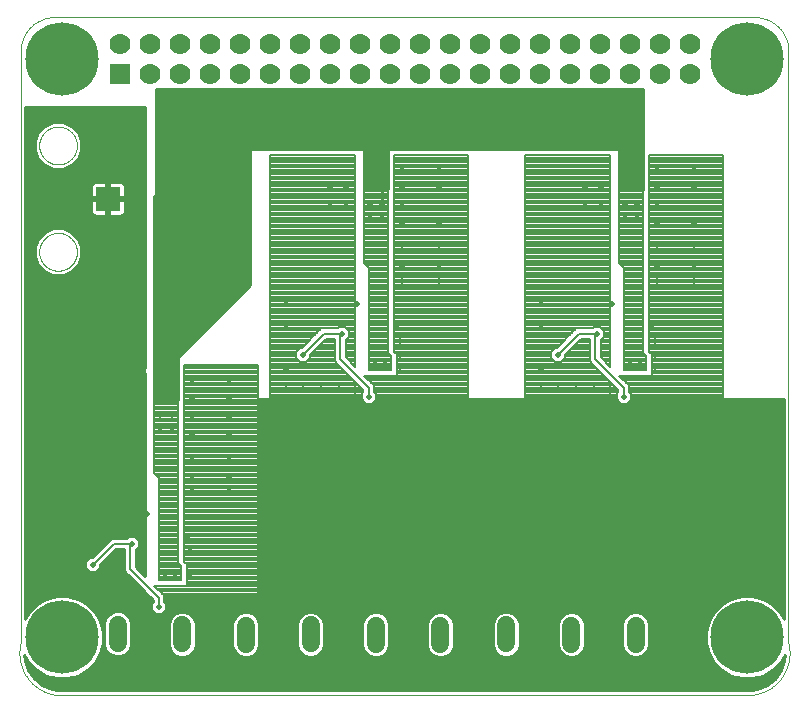
<source format=gbl>
G75*
%MOIN*%
%OFA0B0*%
%FSLAX25Y25*%
%IPPOS*%
%LPD*%
%AMOC8*
5,1,8,0,0,1.08239X$1,22.5*
%
%ADD10C,0.00100*%
%ADD11R,0.07000X0.07000*%
%ADD12C,0.07000*%
%ADD13C,0.24409*%
%ADD14R,0.08268X0.08268*%
%ADD15C,0.00000*%
%ADD16C,0.06000*%
%ADD17C,0.01950*%
%ADD18C,0.00800*%
%ADD19C,0.01000*%
D10*
X0038731Y0035000D02*
X0270731Y0035000D01*
X0271073Y0035045D01*
X0271413Y0035098D01*
X0271752Y0035160D01*
X0272090Y0035230D01*
X0272425Y0035309D01*
X0272759Y0035395D01*
X0273091Y0035490D01*
X0273420Y0035593D01*
X0273746Y0035704D01*
X0274070Y0035823D01*
X0274390Y0035949D01*
X0274708Y0036084D01*
X0275022Y0036226D01*
X0275332Y0036376D01*
X0275639Y0036534D01*
X0275941Y0036698D01*
X0276240Y0036871D01*
X0276534Y0037050D01*
X0276824Y0037237D01*
X0277109Y0037431D01*
X0277390Y0037632D01*
X0277665Y0037839D01*
X0277935Y0038053D01*
X0278200Y0038274D01*
X0278459Y0038501D01*
X0278713Y0038735D01*
X0278961Y0038974D01*
X0279203Y0039220D01*
X0279438Y0039471D01*
X0279668Y0039728D01*
X0279891Y0039991D01*
X0280108Y0040259D01*
X0280318Y0040532D01*
X0280522Y0040811D01*
X0280718Y0041094D01*
X0280908Y0041382D01*
X0281090Y0041674D01*
X0281265Y0041971D01*
X0281433Y0042272D01*
X0281593Y0042578D01*
X0281746Y0042887D01*
X0281891Y0043199D01*
X0282029Y0043515D01*
X0282159Y0043835D01*
X0282281Y0044157D01*
X0282395Y0044483D01*
X0282501Y0044811D01*
X0282599Y0045141D01*
X0282688Y0045474D01*
X0282770Y0045809D01*
X0282843Y0046146D01*
X0282908Y0046484D01*
X0282965Y0046824D01*
X0283014Y0047166D01*
X0283054Y0047508D01*
X0283085Y0047851D01*
X0283109Y0048195D01*
X0283123Y0048540D01*
X0283130Y0048884D01*
X0283128Y0049229D01*
X0283117Y0049574D01*
X0283098Y0049918D01*
X0283071Y0050261D01*
X0283035Y0050604D01*
X0282991Y0050946D01*
X0282938Y0051287D01*
X0282877Y0051626D01*
X0282808Y0051964D01*
X0282731Y0052300D01*
X0282731Y0248900D01*
X0282745Y0249176D01*
X0282753Y0249453D01*
X0282753Y0249729D01*
X0282747Y0250006D01*
X0282735Y0250282D01*
X0282715Y0250558D01*
X0282689Y0250834D01*
X0282656Y0251109D01*
X0282616Y0251382D01*
X0282569Y0251655D01*
X0282516Y0251927D01*
X0282457Y0252197D01*
X0282390Y0252466D01*
X0282317Y0252733D01*
X0282238Y0252998D01*
X0282152Y0253261D01*
X0282060Y0253521D01*
X0281961Y0253780D01*
X0281856Y0254036D01*
X0281745Y0254289D01*
X0281627Y0254540D01*
X0281504Y0254787D01*
X0281374Y0255032D01*
X0281239Y0255273D01*
X0281097Y0255511D01*
X0280950Y0255745D01*
X0280797Y0255976D01*
X0280639Y0256203D01*
X0280475Y0256426D01*
X0280305Y0256645D01*
X0280131Y0256859D01*
X0279951Y0257069D01*
X0279766Y0257275D01*
X0279576Y0257476D01*
X0279381Y0257673D01*
X0279182Y0257865D01*
X0278977Y0258051D01*
X0278769Y0258233D01*
X0278555Y0258409D01*
X0278338Y0258581D01*
X0278117Y0258746D01*
X0277891Y0258907D01*
X0277662Y0259062D01*
X0277429Y0259211D01*
X0277192Y0259354D01*
X0276952Y0259491D01*
X0276708Y0259623D01*
X0276462Y0259749D01*
X0276212Y0259868D01*
X0275960Y0259982D01*
X0275705Y0260089D01*
X0275447Y0260190D01*
X0275187Y0260284D01*
X0274925Y0260372D01*
X0274660Y0260454D01*
X0274394Y0260529D01*
X0274126Y0260598D01*
X0273856Y0260660D01*
X0273585Y0260715D01*
X0273313Y0260764D01*
X0273039Y0260806D01*
X0272765Y0260841D01*
X0272490Y0260870D01*
X0272214Y0260892D01*
X0271938Y0260907D01*
X0271661Y0260915D01*
X0271384Y0260917D01*
X0271108Y0260912D01*
X0270831Y0260900D01*
X0038831Y0260900D01*
X0038830Y0260900D02*
X0038554Y0260914D01*
X0038277Y0260922D01*
X0038001Y0260922D01*
X0037724Y0260916D01*
X0037448Y0260904D01*
X0037172Y0260884D01*
X0036896Y0260858D01*
X0036621Y0260825D01*
X0036348Y0260785D01*
X0036075Y0260738D01*
X0035803Y0260685D01*
X0035533Y0260626D01*
X0035264Y0260559D01*
X0034997Y0260486D01*
X0034732Y0260407D01*
X0034469Y0260321D01*
X0034209Y0260229D01*
X0033950Y0260130D01*
X0033694Y0260025D01*
X0033441Y0259914D01*
X0033190Y0259796D01*
X0032943Y0259673D01*
X0032698Y0259543D01*
X0032457Y0259408D01*
X0032219Y0259266D01*
X0031985Y0259119D01*
X0031754Y0258966D01*
X0031527Y0258808D01*
X0031304Y0258644D01*
X0031085Y0258474D01*
X0030871Y0258300D01*
X0030661Y0258120D01*
X0030455Y0257935D01*
X0030254Y0257745D01*
X0030057Y0257550D01*
X0029865Y0257351D01*
X0029679Y0257146D01*
X0029497Y0256938D01*
X0029321Y0256724D01*
X0029149Y0256507D01*
X0028984Y0256286D01*
X0028823Y0256060D01*
X0028668Y0255831D01*
X0028519Y0255598D01*
X0028376Y0255361D01*
X0028239Y0255121D01*
X0028107Y0254877D01*
X0027981Y0254631D01*
X0027862Y0254381D01*
X0027748Y0254129D01*
X0027641Y0253874D01*
X0027540Y0253616D01*
X0027446Y0253356D01*
X0027358Y0253094D01*
X0027276Y0252829D01*
X0027201Y0252563D01*
X0027132Y0252295D01*
X0027070Y0252025D01*
X0027015Y0251754D01*
X0026966Y0251482D01*
X0026924Y0251208D01*
X0026889Y0250934D01*
X0026860Y0250659D01*
X0026838Y0250383D01*
X0026823Y0250107D01*
X0026815Y0249830D01*
X0026813Y0249553D01*
X0026818Y0249277D01*
X0026830Y0249000D01*
X0026831Y0249000D02*
X0026831Y0052400D01*
X0026751Y0052064D01*
X0026680Y0051727D01*
X0026617Y0051387D01*
X0026562Y0051047D01*
X0026515Y0050705D01*
X0026477Y0050362D01*
X0026447Y0050018D01*
X0026426Y0049673D01*
X0026413Y0049328D01*
X0026409Y0048983D01*
X0026413Y0048638D01*
X0026426Y0048293D01*
X0026447Y0047949D01*
X0026476Y0047605D01*
X0026514Y0047262D01*
X0026560Y0046920D01*
X0026615Y0046579D01*
X0026678Y0046239D01*
X0026749Y0045902D01*
X0026828Y0045566D01*
X0026916Y0045232D01*
X0027012Y0044900D01*
X0027116Y0044571D01*
X0027228Y0044245D01*
X0027348Y0043921D01*
X0027476Y0043601D01*
X0027611Y0043283D01*
X0027755Y0042969D01*
X0027906Y0042659D01*
X0028064Y0042352D01*
X0028230Y0042050D01*
X0028404Y0041751D01*
X0028584Y0041457D01*
X0028772Y0041168D01*
X0028967Y0040883D01*
X0029169Y0040603D01*
X0029377Y0040328D01*
X0029592Y0040058D01*
X0029814Y0039793D01*
X0030042Y0039534D01*
X0030277Y0039281D01*
X0030518Y0039034D01*
X0030764Y0038792D01*
X0031017Y0038557D01*
X0031275Y0038328D01*
X0031538Y0038105D01*
X0031807Y0037889D01*
X0032082Y0037679D01*
X0032361Y0037476D01*
X0032645Y0037280D01*
X0032934Y0037092D01*
X0033227Y0036910D01*
X0033525Y0036735D01*
X0033827Y0036568D01*
X0034133Y0036409D01*
X0034443Y0036256D01*
X0034756Y0036112D01*
X0035073Y0035975D01*
X0035393Y0035846D01*
X0035717Y0035725D01*
X0036043Y0035612D01*
X0036372Y0035507D01*
X0036703Y0035410D01*
X0037036Y0035321D01*
X0037372Y0035240D01*
X0037709Y0035168D01*
X0038048Y0035104D01*
X0038389Y0035048D01*
X0038731Y0035000D01*
D11*
X0059783Y0242093D03*
D12*
X0059783Y0252093D03*
X0069783Y0252093D03*
X0079783Y0252093D03*
X0079783Y0242093D03*
X0069783Y0242093D03*
X0089783Y0242093D03*
X0089783Y0252093D03*
X0099783Y0252093D03*
X0099783Y0242093D03*
X0109783Y0242093D03*
X0109783Y0252093D03*
X0119783Y0252093D03*
X0129783Y0252093D03*
X0129783Y0242093D03*
X0119783Y0242093D03*
X0139783Y0242093D03*
X0139783Y0252093D03*
X0149783Y0252093D03*
X0149783Y0242093D03*
X0159783Y0242093D03*
X0169783Y0242093D03*
X0169783Y0252093D03*
X0159783Y0252093D03*
X0179783Y0252093D03*
X0179783Y0242093D03*
X0189783Y0242093D03*
X0189783Y0252093D03*
X0199783Y0252093D03*
X0209783Y0252093D03*
X0209783Y0242093D03*
X0199783Y0242093D03*
X0219783Y0242093D03*
X0219783Y0252093D03*
X0229783Y0252093D03*
X0229783Y0242093D03*
X0239783Y0242093D03*
X0249783Y0242093D03*
X0249783Y0252093D03*
X0239783Y0252093D03*
D13*
X0268957Y0247093D03*
X0040610Y0247093D03*
X0040610Y0054180D03*
X0268957Y0054180D03*
D14*
X0077484Y0200400D03*
X0055831Y0200400D03*
D15*
X0032996Y0218117D02*
X0032998Y0218275D01*
X0033004Y0218433D01*
X0033014Y0218591D01*
X0033028Y0218749D01*
X0033046Y0218906D01*
X0033067Y0219063D01*
X0033093Y0219219D01*
X0033123Y0219375D01*
X0033156Y0219530D01*
X0033194Y0219683D01*
X0033235Y0219836D01*
X0033280Y0219988D01*
X0033329Y0220139D01*
X0033382Y0220288D01*
X0033438Y0220436D01*
X0033498Y0220582D01*
X0033562Y0220727D01*
X0033630Y0220870D01*
X0033701Y0221012D01*
X0033775Y0221152D01*
X0033853Y0221289D01*
X0033935Y0221425D01*
X0034019Y0221559D01*
X0034108Y0221690D01*
X0034199Y0221819D01*
X0034294Y0221946D01*
X0034391Y0222071D01*
X0034492Y0222193D01*
X0034596Y0222312D01*
X0034703Y0222429D01*
X0034813Y0222543D01*
X0034926Y0222654D01*
X0035041Y0222763D01*
X0035159Y0222868D01*
X0035280Y0222970D01*
X0035403Y0223070D01*
X0035529Y0223166D01*
X0035657Y0223259D01*
X0035787Y0223349D01*
X0035920Y0223435D01*
X0036055Y0223519D01*
X0036191Y0223598D01*
X0036330Y0223675D01*
X0036471Y0223747D01*
X0036613Y0223817D01*
X0036757Y0223882D01*
X0036903Y0223944D01*
X0037050Y0224002D01*
X0037199Y0224057D01*
X0037349Y0224108D01*
X0037500Y0224155D01*
X0037652Y0224198D01*
X0037805Y0224237D01*
X0037960Y0224273D01*
X0038115Y0224304D01*
X0038271Y0224332D01*
X0038427Y0224356D01*
X0038584Y0224376D01*
X0038742Y0224392D01*
X0038899Y0224404D01*
X0039058Y0224412D01*
X0039216Y0224416D01*
X0039374Y0224416D01*
X0039532Y0224412D01*
X0039691Y0224404D01*
X0039848Y0224392D01*
X0040006Y0224376D01*
X0040163Y0224356D01*
X0040319Y0224332D01*
X0040475Y0224304D01*
X0040630Y0224273D01*
X0040785Y0224237D01*
X0040938Y0224198D01*
X0041090Y0224155D01*
X0041241Y0224108D01*
X0041391Y0224057D01*
X0041540Y0224002D01*
X0041687Y0223944D01*
X0041833Y0223882D01*
X0041977Y0223817D01*
X0042119Y0223747D01*
X0042260Y0223675D01*
X0042399Y0223598D01*
X0042535Y0223519D01*
X0042670Y0223435D01*
X0042803Y0223349D01*
X0042933Y0223259D01*
X0043061Y0223166D01*
X0043187Y0223070D01*
X0043310Y0222970D01*
X0043431Y0222868D01*
X0043549Y0222763D01*
X0043664Y0222654D01*
X0043777Y0222543D01*
X0043887Y0222429D01*
X0043994Y0222312D01*
X0044098Y0222193D01*
X0044199Y0222071D01*
X0044296Y0221946D01*
X0044391Y0221819D01*
X0044482Y0221690D01*
X0044571Y0221559D01*
X0044655Y0221425D01*
X0044737Y0221289D01*
X0044815Y0221152D01*
X0044889Y0221012D01*
X0044960Y0220870D01*
X0045028Y0220727D01*
X0045092Y0220582D01*
X0045152Y0220436D01*
X0045208Y0220288D01*
X0045261Y0220139D01*
X0045310Y0219988D01*
X0045355Y0219836D01*
X0045396Y0219683D01*
X0045434Y0219530D01*
X0045467Y0219375D01*
X0045497Y0219219D01*
X0045523Y0219063D01*
X0045544Y0218906D01*
X0045562Y0218749D01*
X0045576Y0218591D01*
X0045586Y0218433D01*
X0045592Y0218275D01*
X0045594Y0218117D01*
X0045592Y0217959D01*
X0045586Y0217801D01*
X0045576Y0217643D01*
X0045562Y0217485D01*
X0045544Y0217328D01*
X0045523Y0217171D01*
X0045497Y0217015D01*
X0045467Y0216859D01*
X0045434Y0216704D01*
X0045396Y0216551D01*
X0045355Y0216398D01*
X0045310Y0216246D01*
X0045261Y0216095D01*
X0045208Y0215946D01*
X0045152Y0215798D01*
X0045092Y0215652D01*
X0045028Y0215507D01*
X0044960Y0215364D01*
X0044889Y0215222D01*
X0044815Y0215082D01*
X0044737Y0214945D01*
X0044655Y0214809D01*
X0044571Y0214675D01*
X0044482Y0214544D01*
X0044391Y0214415D01*
X0044296Y0214288D01*
X0044199Y0214163D01*
X0044098Y0214041D01*
X0043994Y0213922D01*
X0043887Y0213805D01*
X0043777Y0213691D01*
X0043664Y0213580D01*
X0043549Y0213471D01*
X0043431Y0213366D01*
X0043310Y0213264D01*
X0043187Y0213164D01*
X0043061Y0213068D01*
X0042933Y0212975D01*
X0042803Y0212885D01*
X0042670Y0212799D01*
X0042535Y0212715D01*
X0042399Y0212636D01*
X0042260Y0212559D01*
X0042119Y0212487D01*
X0041977Y0212417D01*
X0041833Y0212352D01*
X0041687Y0212290D01*
X0041540Y0212232D01*
X0041391Y0212177D01*
X0041241Y0212126D01*
X0041090Y0212079D01*
X0040938Y0212036D01*
X0040785Y0211997D01*
X0040630Y0211961D01*
X0040475Y0211930D01*
X0040319Y0211902D01*
X0040163Y0211878D01*
X0040006Y0211858D01*
X0039848Y0211842D01*
X0039691Y0211830D01*
X0039532Y0211822D01*
X0039374Y0211818D01*
X0039216Y0211818D01*
X0039058Y0211822D01*
X0038899Y0211830D01*
X0038742Y0211842D01*
X0038584Y0211858D01*
X0038427Y0211878D01*
X0038271Y0211902D01*
X0038115Y0211930D01*
X0037960Y0211961D01*
X0037805Y0211997D01*
X0037652Y0212036D01*
X0037500Y0212079D01*
X0037349Y0212126D01*
X0037199Y0212177D01*
X0037050Y0212232D01*
X0036903Y0212290D01*
X0036757Y0212352D01*
X0036613Y0212417D01*
X0036471Y0212487D01*
X0036330Y0212559D01*
X0036191Y0212636D01*
X0036055Y0212715D01*
X0035920Y0212799D01*
X0035787Y0212885D01*
X0035657Y0212975D01*
X0035529Y0213068D01*
X0035403Y0213164D01*
X0035280Y0213264D01*
X0035159Y0213366D01*
X0035041Y0213471D01*
X0034926Y0213580D01*
X0034813Y0213691D01*
X0034703Y0213805D01*
X0034596Y0213922D01*
X0034492Y0214041D01*
X0034391Y0214163D01*
X0034294Y0214288D01*
X0034199Y0214415D01*
X0034108Y0214544D01*
X0034019Y0214675D01*
X0033935Y0214809D01*
X0033853Y0214945D01*
X0033775Y0215082D01*
X0033701Y0215222D01*
X0033630Y0215364D01*
X0033562Y0215507D01*
X0033498Y0215652D01*
X0033438Y0215798D01*
X0033382Y0215946D01*
X0033329Y0216095D01*
X0033280Y0216246D01*
X0033235Y0216398D01*
X0033194Y0216551D01*
X0033156Y0216704D01*
X0033123Y0216859D01*
X0033093Y0217015D01*
X0033067Y0217171D01*
X0033046Y0217328D01*
X0033028Y0217485D01*
X0033014Y0217643D01*
X0033004Y0217801D01*
X0032998Y0217959D01*
X0032996Y0218117D01*
X0032996Y0182683D02*
X0032998Y0182841D01*
X0033004Y0182999D01*
X0033014Y0183157D01*
X0033028Y0183315D01*
X0033046Y0183472D01*
X0033067Y0183629D01*
X0033093Y0183785D01*
X0033123Y0183941D01*
X0033156Y0184096D01*
X0033194Y0184249D01*
X0033235Y0184402D01*
X0033280Y0184554D01*
X0033329Y0184705D01*
X0033382Y0184854D01*
X0033438Y0185002D01*
X0033498Y0185148D01*
X0033562Y0185293D01*
X0033630Y0185436D01*
X0033701Y0185578D01*
X0033775Y0185718D01*
X0033853Y0185855D01*
X0033935Y0185991D01*
X0034019Y0186125D01*
X0034108Y0186256D01*
X0034199Y0186385D01*
X0034294Y0186512D01*
X0034391Y0186637D01*
X0034492Y0186759D01*
X0034596Y0186878D01*
X0034703Y0186995D01*
X0034813Y0187109D01*
X0034926Y0187220D01*
X0035041Y0187329D01*
X0035159Y0187434D01*
X0035280Y0187536D01*
X0035403Y0187636D01*
X0035529Y0187732D01*
X0035657Y0187825D01*
X0035787Y0187915D01*
X0035920Y0188001D01*
X0036055Y0188085D01*
X0036191Y0188164D01*
X0036330Y0188241D01*
X0036471Y0188313D01*
X0036613Y0188383D01*
X0036757Y0188448D01*
X0036903Y0188510D01*
X0037050Y0188568D01*
X0037199Y0188623D01*
X0037349Y0188674D01*
X0037500Y0188721D01*
X0037652Y0188764D01*
X0037805Y0188803D01*
X0037960Y0188839D01*
X0038115Y0188870D01*
X0038271Y0188898D01*
X0038427Y0188922D01*
X0038584Y0188942D01*
X0038742Y0188958D01*
X0038899Y0188970D01*
X0039058Y0188978D01*
X0039216Y0188982D01*
X0039374Y0188982D01*
X0039532Y0188978D01*
X0039691Y0188970D01*
X0039848Y0188958D01*
X0040006Y0188942D01*
X0040163Y0188922D01*
X0040319Y0188898D01*
X0040475Y0188870D01*
X0040630Y0188839D01*
X0040785Y0188803D01*
X0040938Y0188764D01*
X0041090Y0188721D01*
X0041241Y0188674D01*
X0041391Y0188623D01*
X0041540Y0188568D01*
X0041687Y0188510D01*
X0041833Y0188448D01*
X0041977Y0188383D01*
X0042119Y0188313D01*
X0042260Y0188241D01*
X0042399Y0188164D01*
X0042535Y0188085D01*
X0042670Y0188001D01*
X0042803Y0187915D01*
X0042933Y0187825D01*
X0043061Y0187732D01*
X0043187Y0187636D01*
X0043310Y0187536D01*
X0043431Y0187434D01*
X0043549Y0187329D01*
X0043664Y0187220D01*
X0043777Y0187109D01*
X0043887Y0186995D01*
X0043994Y0186878D01*
X0044098Y0186759D01*
X0044199Y0186637D01*
X0044296Y0186512D01*
X0044391Y0186385D01*
X0044482Y0186256D01*
X0044571Y0186125D01*
X0044655Y0185991D01*
X0044737Y0185855D01*
X0044815Y0185718D01*
X0044889Y0185578D01*
X0044960Y0185436D01*
X0045028Y0185293D01*
X0045092Y0185148D01*
X0045152Y0185002D01*
X0045208Y0184854D01*
X0045261Y0184705D01*
X0045310Y0184554D01*
X0045355Y0184402D01*
X0045396Y0184249D01*
X0045434Y0184096D01*
X0045467Y0183941D01*
X0045497Y0183785D01*
X0045523Y0183629D01*
X0045544Y0183472D01*
X0045562Y0183315D01*
X0045576Y0183157D01*
X0045586Y0182999D01*
X0045592Y0182841D01*
X0045594Y0182683D01*
X0045592Y0182525D01*
X0045586Y0182367D01*
X0045576Y0182209D01*
X0045562Y0182051D01*
X0045544Y0181894D01*
X0045523Y0181737D01*
X0045497Y0181581D01*
X0045467Y0181425D01*
X0045434Y0181270D01*
X0045396Y0181117D01*
X0045355Y0180964D01*
X0045310Y0180812D01*
X0045261Y0180661D01*
X0045208Y0180512D01*
X0045152Y0180364D01*
X0045092Y0180218D01*
X0045028Y0180073D01*
X0044960Y0179930D01*
X0044889Y0179788D01*
X0044815Y0179648D01*
X0044737Y0179511D01*
X0044655Y0179375D01*
X0044571Y0179241D01*
X0044482Y0179110D01*
X0044391Y0178981D01*
X0044296Y0178854D01*
X0044199Y0178729D01*
X0044098Y0178607D01*
X0043994Y0178488D01*
X0043887Y0178371D01*
X0043777Y0178257D01*
X0043664Y0178146D01*
X0043549Y0178037D01*
X0043431Y0177932D01*
X0043310Y0177830D01*
X0043187Y0177730D01*
X0043061Y0177634D01*
X0042933Y0177541D01*
X0042803Y0177451D01*
X0042670Y0177365D01*
X0042535Y0177281D01*
X0042399Y0177202D01*
X0042260Y0177125D01*
X0042119Y0177053D01*
X0041977Y0176983D01*
X0041833Y0176918D01*
X0041687Y0176856D01*
X0041540Y0176798D01*
X0041391Y0176743D01*
X0041241Y0176692D01*
X0041090Y0176645D01*
X0040938Y0176602D01*
X0040785Y0176563D01*
X0040630Y0176527D01*
X0040475Y0176496D01*
X0040319Y0176468D01*
X0040163Y0176444D01*
X0040006Y0176424D01*
X0039848Y0176408D01*
X0039691Y0176396D01*
X0039532Y0176388D01*
X0039374Y0176384D01*
X0039216Y0176384D01*
X0039058Y0176388D01*
X0038899Y0176396D01*
X0038742Y0176408D01*
X0038584Y0176424D01*
X0038427Y0176444D01*
X0038271Y0176468D01*
X0038115Y0176496D01*
X0037960Y0176527D01*
X0037805Y0176563D01*
X0037652Y0176602D01*
X0037500Y0176645D01*
X0037349Y0176692D01*
X0037199Y0176743D01*
X0037050Y0176798D01*
X0036903Y0176856D01*
X0036757Y0176918D01*
X0036613Y0176983D01*
X0036471Y0177053D01*
X0036330Y0177125D01*
X0036191Y0177202D01*
X0036055Y0177281D01*
X0035920Y0177365D01*
X0035787Y0177451D01*
X0035657Y0177541D01*
X0035529Y0177634D01*
X0035403Y0177730D01*
X0035280Y0177830D01*
X0035159Y0177932D01*
X0035041Y0178037D01*
X0034926Y0178146D01*
X0034813Y0178257D01*
X0034703Y0178371D01*
X0034596Y0178488D01*
X0034492Y0178607D01*
X0034391Y0178729D01*
X0034294Y0178854D01*
X0034199Y0178981D01*
X0034108Y0179110D01*
X0034019Y0179241D01*
X0033935Y0179375D01*
X0033853Y0179511D01*
X0033775Y0179648D01*
X0033701Y0179788D01*
X0033630Y0179930D01*
X0033562Y0180073D01*
X0033498Y0180218D01*
X0033438Y0180364D01*
X0033382Y0180512D01*
X0033329Y0180661D01*
X0033280Y0180812D01*
X0033235Y0180964D01*
X0033194Y0181117D01*
X0033156Y0181270D01*
X0033123Y0181425D01*
X0033093Y0181581D01*
X0033067Y0181737D01*
X0033046Y0181894D01*
X0033028Y0182051D01*
X0033014Y0182209D01*
X0033004Y0182367D01*
X0032998Y0182525D01*
X0032996Y0182683D01*
D16*
X0059231Y0058300D02*
X0059231Y0052300D01*
X0069231Y0052300D02*
X0069231Y0058300D01*
X0080631Y0058200D02*
X0080631Y0052200D01*
X0090631Y0052200D02*
X0090631Y0058200D01*
X0101931Y0058100D02*
X0101931Y0052100D01*
X0111931Y0052100D02*
X0111931Y0058100D01*
X0123531Y0058200D02*
X0123531Y0052200D01*
X0133531Y0052200D02*
X0133531Y0058200D01*
X0145231Y0058100D02*
X0145231Y0052100D01*
X0155231Y0052100D02*
X0155231Y0058100D01*
X0166731Y0058000D02*
X0166731Y0052000D01*
X0176731Y0052000D02*
X0176731Y0058000D01*
X0188631Y0058200D02*
X0188631Y0052200D01*
X0198631Y0052200D02*
X0198631Y0058200D01*
X0210331Y0058100D02*
X0210331Y0052100D01*
X0220331Y0052100D02*
X0220331Y0058100D01*
X0231831Y0058100D02*
X0231831Y0052100D01*
X0241831Y0052100D02*
X0241831Y0058100D01*
D17*
X0202031Y0114700D03*
X0227831Y0134400D03*
X0217831Y0136900D03*
X0211831Y0136900D03*
X0205831Y0136900D03*
X0200331Y0136900D03*
X0200331Y0143400D03*
X0205831Y0148400D03*
X0200331Y0150900D03*
X0200331Y0158400D03*
X0200331Y0165400D03*
X0200331Y0170900D03*
X0204831Y0170900D03*
X0209331Y0170900D03*
X0213331Y0170900D03*
X0223831Y0165400D03*
X0218831Y0155400D03*
X0229831Y0145400D03*
X0233331Y0145400D03*
X0238331Y0144400D03*
X0238331Y0148400D03*
X0238331Y0152900D03*
X0237331Y0157400D03*
X0238831Y0172900D03*
X0238831Y0177900D03*
X0238831Y0183400D03*
X0238831Y0191900D03*
X0232331Y0193900D03*
X0228331Y0193900D03*
X0228331Y0198400D03*
X0232331Y0198400D03*
X0238831Y0197900D03*
X0238831Y0203900D03*
X0238831Y0209900D03*
X0251331Y0209900D03*
X0251331Y0203900D03*
X0251331Y0197400D03*
X0251331Y0191900D03*
X0251331Y0183400D03*
X0251331Y0177400D03*
X0251331Y0172900D03*
X0220331Y0197900D03*
X0214831Y0197900D03*
X0214831Y0203900D03*
X0220331Y0203900D03*
X0220331Y0209400D03*
X0214831Y0209400D03*
X0166331Y0209900D03*
X0166331Y0203900D03*
X0166331Y0197400D03*
X0166331Y0191900D03*
X0153831Y0191900D03*
X0153831Y0197900D03*
X0153831Y0203900D03*
X0153831Y0209900D03*
X0147331Y0198400D03*
X0143331Y0198400D03*
X0143331Y0193900D03*
X0147331Y0193900D03*
X0135331Y0197900D03*
X0129831Y0197900D03*
X0129831Y0203900D03*
X0135331Y0203900D03*
X0135331Y0209400D03*
X0129831Y0209400D03*
X0153831Y0183400D03*
X0153831Y0177900D03*
X0153831Y0172900D03*
X0166331Y0172900D03*
X0166331Y0177400D03*
X0166331Y0183400D03*
X0138831Y0165400D03*
X0128331Y0170900D03*
X0124331Y0170900D03*
X0119831Y0170900D03*
X0115331Y0170900D03*
X0115331Y0165400D03*
X0115331Y0158400D03*
X0115331Y0150900D03*
X0120831Y0148400D03*
X0115331Y0143400D03*
X0115331Y0136900D03*
X0120831Y0136900D03*
X0126831Y0136900D03*
X0132831Y0136900D03*
X0142831Y0134400D03*
X0144831Y0145400D03*
X0148331Y0145400D03*
X0153331Y0144400D03*
X0153331Y0148400D03*
X0153331Y0152900D03*
X0152331Y0157400D03*
X0133831Y0155400D03*
X0096331Y0139900D03*
X0096331Y0133900D03*
X0096331Y0127400D03*
X0096331Y0121900D03*
X0096331Y0113400D03*
X0096331Y0107400D03*
X0096331Y0102900D03*
X0083831Y0102900D03*
X0083831Y0107900D03*
X0083831Y0113400D03*
X0083831Y0121900D03*
X0077331Y0123900D03*
X0073331Y0123900D03*
X0073331Y0128400D03*
X0077331Y0128400D03*
X0083831Y0127900D03*
X0083831Y0133900D03*
X0083831Y0139900D03*
X0065331Y0139400D03*
X0059831Y0139400D03*
X0059831Y0133900D03*
X0065331Y0133900D03*
X0065331Y0127900D03*
X0059831Y0127900D03*
X0058331Y0100900D03*
X0054331Y0100900D03*
X0049831Y0100900D03*
X0045331Y0100900D03*
X0045331Y0095400D03*
X0045331Y0088400D03*
X0045331Y0080900D03*
X0050831Y0078400D03*
X0045331Y0073400D03*
X0050831Y0066900D03*
X0056831Y0066900D03*
X0062831Y0066900D03*
X0072831Y0064400D03*
X0083331Y0074400D03*
X0078331Y0075400D03*
X0074831Y0075400D03*
X0083331Y0078400D03*
X0083331Y0082900D03*
X0082331Y0087400D03*
X0068831Y0095400D03*
X0063831Y0085400D03*
X0128131Y0114700D03*
X0075731Y0157400D03*
D18*
X0081331Y0144900D02*
X0105831Y0144900D01*
X0105831Y0061900D01*
X0104254Y0061900D01*
X0102806Y0062500D01*
X0101055Y0062500D01*
X0099607Y0061900D01*
X0093024Y0061900D01*
X0092937Y0061963D01*
X0092320Y0062278D01*
X0091661Y0062492D01*
X0091031Y0062591D01*
X0091031Y0061900D01*
X0090231Y0061900D01*
X0090231Y0062591D01*
X0089600Y0062492D01*
X0088942Y0062278D01*
X0088325Y0061963D01*
X0088238Y0061900D01*
X0083153Y0061900D01*
X0083123Y0061930D01*
X0081506Y0062600D01*
X0079755Y0062600D01*
X0078138Y0061930D01*
X0078108Y0061900D01*
X0071761Y0061900D01*
X0071537Y0062063D01*
X0070920Y0062378D01*
X0070261Y0062592D01*
X0069631Y0062691D01*
X0069631Y0061900D01*
X0068831Y0061900D01*
X0068831Y0062691D01*
X0068331Y0062612D01*
X0068200Y0062592D01*
X0067542Y0062378D01*
X0066925Y0062063D01*
X0066700Y0061900D01*
X0061853Y0061900D01*
X0061723Y0062030D01*
X0060106Y0062700D01*
X0058355Y0062700D01*
X0056738Y0062030D01*
X0056608Y0061900D01*
X0051862Y0061900D01*
X0051497Y0062533D01*
X0048964Y0065066D01*
X0045861Y0066857D01*
X0042401Y0067784D01*
X0039831Y0067784D01*
X0039831Y0144900D01*
X0068331Y0144900D01*
X0068331Y0074446D01*
X0065131Y0077646D01*
X0065131Y0083341D01*
X0066206Y0084416D01*
X0066206Y0086384D01*
X0064814Y0087775D01*
X0062847Y0087775D01*
X0062272Y0087200D01*
X0057085Y0087200D01*
X0050660Y0080775D01*
X0049847Y0080775D01*
X0048456Y0079384D01*
X0048456Y0077416D01*
X0049847Y0076025D01*
X0051814Y0076025D01*
X0053206Y0077416D01*
X0053206Y0078229D01*
X0058576Y0083600D01*
X0061531Y0083600D01*
X0061531Y0076154D01*
X0062585Y0075100D01*
X0068331Y0069354D01*
X0068331Y0062612D01*
X0068331Y0069354D01*
X0071031Y0066654D01*
X0071031Y0065959D01*
X0070456Y0065384D01*
X0070456Y0063416D01*
X0071847Y0062025D01*
X0073814Y0062025D01*
X0075206Y0063416D01*
X0075206Y0065384D01*
X0074631Y0065959D01*
X0074631Y0068146D01*
X0071376Y0071400D01*
X0082331Y0071400D01*
X0082331Y0078400D01*
X0082131Y0078600D01*
X0082131Y0078646D01*
X0081331Y0079446D01*
X0081331Y0144900D01*
X0081331Y0144605D02*
X0105831Y0144605D01*
X0105831Y0143806D02*
X0081331Y0143806D01*
X0081331Y0143008D02*
X0105831Y0143008D01*
X0105831Y0142209D02*
X0081331Y0142209D01*
X0081331Y0141411D02*
X0105831Y0141411D01*
X0105831Y0140612D02*
X0081331Y0140612D01*
X0081331Y0139814D02*
X0105831Y0139814D01*
X0105831Y0139015D02*
X0081331Y0139015D01*
X0081331Y0138217D02*
X0105831Y0138217D01*
X0105831Y0137418D02*
X0081331Y0137418D01*
X0081331Y0136620D02*
X0105831Y0136620D01*
X0105831Y0135821D02*
X0081331Y0135821D01*
X0081331Y0135023D02*
X0105831Y0135023D01*
X0105831Y0134224D02*
X0081331Y0134224D01*
X0081331Y0133426D02*
X0105831Y0133426D01*
X0105831Y0132627D02*
X0081331Y0132627D01*
X0081331Y0131829D02*
X0105831Y0131829D01*
X0105831Y0131030D02*
X0081331Y0131030D01*
X0081331Y0130232D02*
X0105831Y0130232D01*
X0105831Y0129433D02*
X0081331Y0129433D01*
X0081331Y0128635D02*
X0105831Y0128635D01*
X0105831Y0127836D02*
X0081331Y0127836D01*
X0081331Y0127038D02*
X0105831Y0127038D01*
X0105831Y0126239D02*
X0081331Y0126239D01*
X0081331Y0125441D02*
X0105831Y0125441D01*
X0105831Y0124642D02*
X0081331Y0124642D01*
X0081331Y0123844D02*
X0105831Y0123844D01*
X0105831Y0123045D02*
X0081331Y0123045D01*
X0081331Y0122247D02*
X0105831Y0122247D01*
X0105831Y0121448D02*
X0081331Y0121448D01*
X0081331Y0120650D02*
X0105831Y0120650D01*
X0105831Y0119851D02*
X0081331Y0119851D01*
X0081331Y0119053D02*
X0105831Y0119053D01*
X0105831Y0118254D02*
X0081331Y0118254D01*
X0081331Y0117456D02*
X0105831Y0117456D01*
X0105831Y0116657D02*
X0081331Y0116657D01*
X0081331Y0115859D02*
X0105831Y0115859D01*
X0105831Y0115060D02*
X0081331Y0115060D01*
X0081331Y0114262D02*
X0105831Y0114262D01*
X0105831Y0113463D02*
X0081331Y0113463D01*
X0081331Y0112665D02*
X0105831Y0112665D01*
X0105831Y0111866D02*
X0081331Y0111866D01*
X0081331Y0111068D02*
X0105831Y0111068D01*
X0105831Y0110269D02*
X0081331Y0110269D01*
X0081331Y0109470D02*
X0105831Y0109470D01*
X0105831Y0108672D02*
X0081331Y0108672D01*
X0081331Y0107873D02*
X0105831Y0107873D01*
X0105831Y0107075D02*
X0081331Y0107075D01*
X0081331Y0106276D02*
X0105831Y0106276D01*
X0105831Y0105478D02*
X0081331Y0105478D01*
X0081331Y0104679D02*
X0105831Y0104679D01*
X0105831Y0103881D02*
X0081331Y0103881D01*
X0081331Y0103082D02*
X0105831Y0103082D01*
X0105831Y0102284D02*
X0081331Y0102284D01*
X0081331Y0101485D02*
X0105831Y0101485D01*
X0105831Y0100687D02*
X0081331Y0100687D01*
X0081331Y0099888D02*
X0105831Y0099888D01*
X0105831Y0099090D02*
X0081331Y0099090D01*
X0081331Y0098291D02*
X0105831Y0098291D01*
X0105831Y0097493D02*
X0081331Y0097493D01*
X0081331Y0096694D02*
X0105831Y0096694D01*
X0105831Y0095896D02*
X0081331Y0095896D01*
X0081331Y0095097D02*
X0105831Y0095097D01*
X0105831Y0094299D02*
X0081331Y0094299D01*
X0081331Y0093500D02*
X0105831Y0093500D01*
X0105831Y0092702D02*
X0081331Y0092702D01*
X0081331Y0091903D02*
X0105831Y0091903D01*
X0105831Y0091105D02*
X0081331Y0091105D01*
X0081331Y0090306D02*
X0105831Y0090306D01*
X0105831Y0089508D02*
X0081331Y0089508D01*
X0081331Y0088709D02*
X0105831Y0088709D01*
X0105831Y0087911D02*
X0081331Y0087911D01*
X0081331Y0087112D02*
X0105831Y0087112D01*
X0105831Y0086314D02*
X0081331Y0086314D01*
X0081331Y0085515D02*
X0105831Y0085515D01*
X0105831Y0084717D02*
X0081331Y0084717D01*
X0081331Y0083918D02*
X0105831Y0083918D01*
X0105831Y0083120D02*
X0081331Y0083120D01*
X0081331Y0082321D02*
X0105831Y0082321D01*
X0105831Y0081523D02*
X0081331Y0081523D01*
X0081331Y0080724D02*
X0105831Y0080724D01*
X0105831Y0079926D02*
X0081331Y0079926D01*
X0081649Y0079127D02*
X0105831Y0079127D01*
X0105831Y0078329D02*
X0082331Y0078329D01*
X0082331Y0077530D02*
X0105831Y0077530D01*
X0105831Y0076732D02*
X0082331Y0076732D01*
X0082331Y0075933D02*
X0105831Y0075933D01*
X0105831Y0075134D02*
X0082331Y0075134D01*
X0082331Y0074336D02*
X0105831Y0074336D01*
X0105831Y0073537D02*
X0082331Y0073537D01*
X0082331Y0072739D02*
X0105831Y0072739D01*
X0105831Y0071940D02*
X0082331Y0071940D01*
X0080331Y0073400D02*
X0072831Y0073400D01*
X0072831Y0107400D01*
X0071331Y0108900D01*
X0071331Y0133400D01*
X0079331Y0133400D01*
X0079331Y0078900D01*
X0080331Y0077900D01*
X0080331Y0073400D01*
X0080331Y0073537D02*
X0072831Y0073537D01*
X0072831Y0074336D02*
X0080331Y0074336D01*
X0080331Y0075134D02*
X0072831Y0075134D01*
X0072831Y0075933D02*
X0080331Y0075933D01*
X0080331Y0076732D02*
X0072831Y0076732D01*
X0072831Y0077530D02*
X0080331Y0077530D01*
X0079902Y0078329D02*
X0072831Y0078329D01*
X0072831Y0079127D02*
X0079331Y0079127D01*
X0079331Y0079926D02*
X0072831Y0079926D01*
X0072831Y0080724D02*
X0079331Y0080724D01*
X0079331Y0081523D02*
X0072831Y0081523D01*
X0072831Y0082321D02*
X0079331Y0082321D01*
X0079331Y0083120D02*
X0072831Y0083120D01*
X0072831Y0083918D02*
X0079331Y0083918D01*
X0079331Y0084717D02*
X0072831Y0084717D01*
X0072831Y0085515D02*
X0079331Y0085515D01*
X0079331Y0086314D02*
X0072831Y0086314D01*
X0072831Y0087112D02*
X0079331Y0087112D01*
X0079331Y0087911D02*
X0072831Y0087911D01*
X0072831Y0088709D02*
X0079331Y0088709D01*
X0079331Y0089508D02*
X0072831Y0089508D01*
X0072831Y0090306D02*
X0079331Y0090306D01*
X0079331Y0091105D02*
X0072831Y0091105D01*
X0072831Y0091903D02*
X0079331Y0091903D01*
X0079331Y0092702D02*
X0072831Y0092702D01*
X0072831Y0093500D02*
X0079331Y0093500D01*
X0079331Y0094299D02*
X0072831Y0094299D01*
X0072831Y0095097D02*
X0079331Y0095097D01*
X0079331Y0095896D02*
X0072831Y0095896D01*
X0072831Y0096694D02*
X0079331Y0096694D01*
X0079331Y0097493D02*
X0072831Y0097493D01*
X0072831Y0098291D02*
X0079331Y0098291D01*
X0079331Y0099090D02*
X0072831Y0099090D01*
X0072831Y0099888D02*
X0079331Y0099888D01*
X0079331Y0100687D02*
X0072831Y0100687D01*
X0072831Y0101485D02*
X0079331Y0101485D01*
X0079331Y0102284D02*
X0072831Y0102284D01*
X0072831Y0103082D02*
X0079331Y0103082D01*
X0079331Y0103881D02*
X0072831Y0103881D01*
X0072831Y0104679D02*
X0079331Y0104679D01*
X0079331Y0105478D02*
X0072831Y0105478D01*
X0072831Y0106276D02*
X0079331Y0106276D01*
X0079331Y0107075D02*
X0072831Y0107075D01*
X0072357Y0107873D02*
X0079331Y0107873D01*
X0079331Y0108672D02*
X0071559Y0108672D01*
X0071331Y0109470D02*
X0079331Y0109470D01*
X0079331Y0110269D02*
X0071331Y0110269D01*
X0071331Y0111068D02*
X0079331Y0111068D01*
X0079331Y0111866D02*
X0071331Y0111866D01*
X0071331Y0112665D02*
X0079331Y0112665D01*
X0079331Y0113463D02*
X0071331Y0113463D01*
X0071331Y0114262D02*
X0079331Y0114262D01*
X0079331Y0115060D02*
X0071331Y0115060D01*
X0071331Y0115859D02*
X0079331Y0115859D01*
X0079331Y0116657D02*
X0071331Y0116657D01*
X0071331Y0117456D02*
X0079331Y0117456D01*
X0079331Y0118254D02*
X0071331Y0118254D01*
X0071331Y0119053D02*
X0079331Y0119053D01*
X0079331Y0119851D02*
X0071331Y0119851D01*
X0071331Y0120650D02*
X0079331Y0120650D01*
X0079331Y0121448D02*
X0071331Y0121448D01*
X0071331Y0122247D02*
X0079331Y0122247D01*
X0079331Y0123045D02*
X0071331Y0123045D01*
X0071331Y0123844D02*
X0079331Y0123844D01*
X0079331Y0124642D02*
X0071331Y0124642D01*
X0071331Y0125441D02*
X0079331Y0125441D01*
X0079331Y0126239D02*
X0071331Y0126239D01*
X0071331Y0127038D02*
X0079331Y0127038D01*
X0079331Y0127836D02*
X0071331Y0127836D01*
X0071331Y0128635D02*
X0079331Y0128635D01*
X0079331Y0129433D02*
X0071331Y0129433D01*
X0071331Y0130232D02*
X0079331Y0130232D01*
X0079331Y0131030D02*
X0071331Y0131030D01*
X0071331Y0131829D02*
X0079331Y0131829D01*
X0079331Y0132627D02*
X0071331Y0132627D01*
X0068331Y0132627D02*
X0039831Y0132627D01*
X0039831Y0131829D02*
X0068331Y0131829D01*
X0068331Y0131030D02*
X0039831Y0131030D01*
X0039831Y0130232D02*
X0068331Y0130232D01*
X0068331Y0129433D02*
X0039831Y0129433D01*
X0039831Y0128635D02*
X0068331Y0128635D01*
X0068331Y0127836D02*
X0039831Y0127836D01*
X0039831Y0127038D02*
X0068331Y0127038D01*
X0068331Y0126239D02*
X0039831Y0126239D01*
X0039831Y0125441D02*
X0068331Y0125441D01*
X0068331Y0124642D02*
X0039831Y0124642D01*
X0039831Y0123844D02*
X0068331Y0123844D01*
X0068331Y0123045D02*
X0039831Y0123045D01*
X0039831Y0122247D02*
X0068331Y0122247D01*
X0068331Y0121448D02*
X0039831Y0121448D01*
X0039831Y0120650D02*
X0068331Y0120650D01*
X0068331Y0119851D02*
X0039831Y0119851D01*
X0039831Y0119053D02*
X0068331Y0119053D01*
X0068331Y0118254D02*
X0039831Y0118254D01*
X0039831Y0117456D02*
X0068331Y0117456D01*
X0068331Y0116657D02*
X0039831Y0116657D01*
X0039831Y0115859D02*
X0068331Y0115859D01*
X0068331Y0115060D02*
X0039831Y0115060D01*
X0039831Y0114262D02*
X0068331Y0114262D01*
X0068331Y0113463D02*
X0039831Y0113463D01*
X0039831Y0112665D02*
X0068331Y0112665D01*
X0068331Y0111866D02*
X0039831Y0111866D01*
X0039831Y0111068D02*
X0068331Y0111068D01*
X0068331Y0110269D02*
X0039831Y0110269D01*
X0039831Y0109470D02*
X0068331Y0109470D01*
X0068331Y0108672D02*
X0039831Y0108672D01*
X0039831Y0107873D02*
X0068331Y0107873D01*
X0068331Y0107075D02*
X0039831Y0107075D01*
X0039831Y0106276D02*
X0068331Y0106276D01*
X0068331Y0105478D02*
X0039831Y0105478D01*
X0039831Y0104679D02*
X0068331Y0104679D01*
X0068331Y0103881D02*
X0039831Y0103881D01*
X0039831Y0103082D02*
X0068331Y0103082D01*
X0068331Y0102284D02*
X0039831Y0102284D01*
X0039831Y0101485D02*
X0068331Y0101485D01*
X0068331Y0100687D02*
X0039831Y0100687D01*
X0039831Y0099888D02*
X0068331Y0099888D01*
X0068331Y0099090D02*
X0039831Y0099090D01*
X0039831Y0098291D02*
X0068331Y0098291D01*
X0068331Y0097493D02*
X0039831Y0097493D01*
X0039831Y0096694D02*
X0068331Y0096694D01*
X0068331Y0095896D02*
X0039831Y0095896D01*
X0039831Y0095097D02*
X0068331Y0095097D01*
X0068331Y0094299D02*
X0039831Y0094299D01*
X0039831Y0093500D02*
X0068331Y0093500D01*
X0068331Y0092702D02*
X0039831Y0092702D01*
X0039831Y0091903D02*
X0068331Y0091903D01*
X0068331Y0091105D02*
X0039831Y0091105D01*
X0039831Y0090306D02*
X0068331Y0090306D01*
X0068331Y0089508D02*
X0039831Y0089508D01*
X0039831Y0088709D02*
X0068331Y0088709D01*
X0068331Y0087911D02*
X0039831Y0087911D01*
X0039831Y0087112D02*
X0056997Y0087112D01*
X0056199Y0086314D02*
X0039831Y0086314D01*
X0039831Y0085515D02*
X0055400Y0085515D01*
X0054602Y0084717D02*
X0039831Y0084717D01*
X0039831Y0083918D02*
X0053803Y0083918D01*
X0053005Y0083120D02*
X0039831Y0083120D01*
X0039831Y0082321D02*
X0052206Y0082321D01*
X0051408Y0081523D02*
X0039831Y0081523D01*
X0039831Y0080724D02*
X0049796Y0080724D01*
X0048998Y0079926D02*
X0039831Y0079926D01*
X0039831Y0079127D02*
X0048456Y0079127D01*
X0048456Y0078329D02*
X0039831Y0078329D01*
X0039831Y0077530D02*
X0048456Y0077530D01*
X0049140Y0076732D02*
X0039831Y0076732D01*
X0039831Y0075933D02*
X0061752Y0075933D01*
X0061531Y0076732D02*
X0052521Y0076732D01*
X0053206Y0077530D02*
X0061531Y0077530D01*
X0061531Y0078329D02*
X0053305Y0078329D01*
X0054103Y0079127D02*
X0061531Y0079127D01*
X0061531Y0079926D02*
X0054902Y0079926D01*
X0055700Y0080724D02*
X0061531Y0080724D01*
X0061531Y0081523D02*
X0056499Y0081523D01*
X0057297Y0082321D02*
X0061531Y0082321D01*
X0061531Y0083120D02*
X0058096Y0083120D01*
X0057831Y0085400D02*
X0050831Y0078400D01*
X0057831Y0085400D02*
X0063831Y0085400D01*
X0063331Y0084900D01*
X0063331Y0076900D01*
X0072831Y0067400D01*
X0072831Y0064400D01*
X0075206Y0064754D02*
X0105831Y0064754D01*
X0105831Y0065552D02*
X0075037Y0065552D01*
X0074631Y0066351D02*
X0105831Y0066351D01*
X0105831Y0067149D02*
X0074631Y0067149D01*
X0074631Y0067948D02*
X0105831Y0067948D01*
X0105831Y0068746D02*
X0074030Y0068746D01*
X0073231Y0069545D02*
X0105831Y0069545D01*
X0105831Y0070343D02*
X0072433Y0070343D01*
X0071634Y0071142D02*
X0105831Y0071142D01*
X0105831Y0063955D02*
X0075206Y0063955D01*
X0074946Y0063157D02*
X0105831Y0063157D01*
X0105831Y0062358D02*
X0103148Y0062358D01*
X0100713Y0062358D02*
X0092071Y0062358D01*
X0091031Y0062358D02*
X0090231Y0062358D01*
X0089190Y0062358D02*
X0082089Y0062358D01*
X0079172Y0062358D02*
X0074148Y0062358D01*
X0071514Y0062358D02*
X0070958Y0062358D01*
X0070715Y0063157D02*
X0068331Y0063157D01*
X0050873Y0063157D01*
X0051598Y0062358D02*
X0057531Y0062358D01*
X0060931Y0062358D02*
X0067504Y0062358D01*
X0068831Y0062358D02*
X0069631Y0062358D01*
X0070456Y0063955D02*
X0068331Y0063955D01*
X0050074Y0063955D01*
X0049276Y0064754D02*
X0068331Y0064754D01*
X0070456Y0064754D01*
X0070624Y0065552D02*
X0068331Y0065552D01*
X0048121Y0065552D01*
X0046738Y0066351D02*
X0068331Y0066351D01*
X0071031Y0066351D01*
X0070536Y0067149D02*
X0068331Y0067149D01*
X0044771Y0067149D01*
X0039831Y0067948D02*
X0068331Y0067948D01*
X0069737Y0067948D01*
X0068939Y0068746D02*
X0068331Y0068746D01*
X0039831Y0068746D01*
X0039831Y0069545D02*
X0068140Y0069545D01*
X0067342Y0070343D02*
X0039831Y0070343D01*
X0039831Y0071142D02*
X0066543Y0071142D01*
X0065745Y0071940D02*
X0039831Y0071940D01*
X0039831Y0072739D02*
X0064946Y0072739D01*
X0064148Y0073537D02*
X0039831Y0073537D01*
X0039831Y0074336D02*
X0063349Y0074336D01*
X0062551Y0075134D02*
X0039831Y0075134D01*
X0065131Y0078329D02*
X0068331Y0078329D01*
X0068331Y0079127D02*
X0065131Y0079127D01*
X0065131Y0079926D02*
X0068331Y0079926D01*
X0068331Y0080724D02*
X0065131Y0080724D01*
X0065131Y0081523D02*
X0068331Y0081523D01*
X0068331Y0082321D02*
X0065131Y0082321D01*
X0065131Y0083120D02*
X0068331Y0083120D01*
X0068331Y0083918D02*
X0065708Y0083918D01*
X0066206Y0084717D02*
X0068331Y0084717D01*
X0068331Y0085515D02*
X0066206Y0085515D01*
X0066206Y0086314D02*
X0068331Y0086314D01*
X0068331Y0087112D02*
X0065477Y0087112D01*
X0065246Y0077530D02*
X0068331Y0077530D01*
X0068331Y0076732D02*
X0066045Y0076732D01*
X0066843Y0075933D02*
X0068331Y0075933D01*
X0068331Y0075134D02*
X0067642Y0075134D01*
X0109831Y0131900D02*
X0109831Y0214900D01*
X0138331Y0214900D01*
X0138331Y0144446D01*
X0135131Y0147646D01*
X0135131Y0153341D01*
X0136206Y0154416D01*
X0136206Y0156384D01*
X0134814Y0157775D01*
X0132847Y0157775D01*
X0132272Y0157200D01*
X0127085Y0157200D01*
X0120660Y0150775D01*
X0119847Y0150775D01*
X0118456Y0149384D01*
X0118456Y0147416D01*
X0119847Y0146025D01*
X0121814Y0146025D01*
X0123206Y0147416D01*
X0123206Y0148229D01*
X0128576Y0153600D01*
X0131531Y0153600D01*
X0131531Y0146154D01*
X0132585Y0145100D01*
X0138331Y0139354D01*
X0138331Y0131900D01*
X0109831Y0131900D01*
X0109831Y0132627D02*
X0138331Y0132627D01*
X0141245Y0132627D01*
X0141847Y0132025D02*
X0140456Y0133416D01*
X0140456Y0135384D01*
X0141031Y0135959D01*
X0141031Y0136654D01*
X0138331Y0139354D01*
X0138331Y0131900D01*
X0175831Y0131900D01*
X0175831Y0214900D01*
X0151331Y0214900D01*
X0151331Y0149446D01*
X0152131Y0148646D01*
X0152131Y0148600D01*
X0152331Y0148400D01*
X0152331Y0141400D01*
X0141376Y0141400D01*
X0144631Y0138146D01*
X0144631Y0135959D01*
X0145206Y0135384D01*
X0145206Y0133416D01*
X0143814Y0132025D01*
X0141847Y0132025D01*
X0140456Y0133426D02*
X0138331Y0133426D01*
X0109831Y0133426D01*
X0109831Y0134224D02*
X0138331Y0134224D01*
X0140456Y0134224D01*
X0140456Y0135023D02*
X0138331Y0135023D01*
X0109831Y0135023D01*
X0109831Y0135821D02*
X0138331Y0135821D01*
X0140893Y0135821D01*
X0141031Y0136620D02*
X0138331Y0136620D01*
X0109831Y0136620D01*
X0109831Y0137418D02*
X0138331Y0137418D01*
X0140267Y0137418D01*
X0139468Y0138217D02*
X0138331Y0138217D01*
X0109831Y0138217D01*
X0109831Y0139015D02*
X0138331Y0139015D01*
X0138670Y0139015D01*
X0137871Y0139814D02*
X0109831Y0139814D01*
X0109831Y0140612D02*
X0137073Y0140612D01*
X0136274Y0141411D02*
X0109831Y0141411D01*
X0109831Y0142209D02*
X0135476Y0142209D01*
X0134677Y0143008D02*
X0109831Y0143008D01*
X0109831Y0143806D02*
X0133879Y0143806D01*
X0133080Y0144605D02*
X0109831Y0144605D01*
X0109831Y0145403D02*
X0132282Y0145403D01*
X0131531Y0146202D02*
X0121991Y0146202D01*
X0122790Y0147001D02*
X0131531Y0147001D01*
X0131531Y0147799D02*
X0123206Y0147799D01*
X0123574Y0148598D02*
X0131531Y0148598D01*
X0131531Y0149396D02*
X0124372Y0149396D01*
X0125171Y0150195D02*
X0131531Y0150195D01*
X0131531Y0150993D02*
X0125969Y0150993D01*
X0126768Y0151792D02*
X0131531Y0151792D01*
X0131531Y0152590D02*
X0127566Y0152590D01*
X0128365Y0153389D02*
X0131531Y0153389D01*
X0133331Y0154900D02*
X0133831Y0155400D01*
X0127831Y0155400D01*
X0120831Y0148400D01*
X0119267Y0150195D02*
X0109831Y0150195D01*
X0109831Y0150993D02*
X0120878Y0150993D01*
X0121677Y0151792D02*
X0109831Y0151792D01*
X0109831Y0152590D02*
X0122475Y0152590D01*
X0123274Y0153389D02*
X0109831Y0153389D01*
X0109831Y0154187D02*
X0124072Y0154187D01*
X0124871Y0154986D02*
X0109831Y0154986D01*
X0109831Y0155784D02*
X0125669Y0155784D01*
X0126468Y0156583D02*
X0109831Y0156583D01*
X0109831Y0157381D02*
X0132453Y0157381D01*
X0133331Y0154900D02*
X0133331Y0146900D01*
X0142831Y0137400D01*
X0142831Y0134400D01*
X0144417Y0132627D02*
X0175831Y0132627D01*
X0175831Y0133426D02*
X0145206Y0133426D01*
X0145206Y0134224D02*
X0175831Y0134224D01*
X0175831Y0135023D02*
X0145206Y0135023D01*
X0144768Y0135821D02*
X0175831Y0135821D01*
X0175831Y0136620D02*
X0144631Y0136620D01*
X0144631Y0137418D02*
X0175831Y0137418D01*
X0175831Y0138217D02*
X0144559Y0138217D01*
X0143761Y0139015D02*
X0175831Y0139015D01*
X0175831Y0139814D02*
X0142962Y0139814D01*
X0142164Y0140612D02*
X0175831Y0140612D01*
X0175831Y0141411D02*
X0152331Y0141411D01*
X0152331Y0142209D02*
X0175831Y0142209D01*
X0175831Y0143008D02*
X0152331Y0143008D01*
X0152331Y0143806D02*
X0175831Y0143806D01*
X0175831Y0144605D02*
X0152331Y0144605D01*
X0152331Y0145403D02*
X0175831Y0145403D01*
X0175831Y0146202D02*
X0152331Y0146202D01*
X0152331Y0147001D02*
X0175831Y0147001D01*
X0175831Y0147799D02*
X0152331Y0147799D01*
X0152133Y0148598D02*
X0175831Y0148598D01*
X0175831Y0149396D02*
X0151380Y0149396D01*
X0151331Y0150195D02*
X0175831Y0150195D01*
X0175831Y0150993D02*
X0151331Y0150993D01*
X0151331Y0151792D02*
X0175831Y0151792D01*
X0175831Y0152590D02*
X0151331Y0152590D01*
X0151331Y0153389D02*
X0175831Y0153389D01*
X0175831Y0154187D02*
X0151331Y0154187D01*
X0151331Y0154986D02*
X0175831Y0154986D01*
X0175831Y0155784D02*
X0151331Y0155784D01*
X0151331Y0156583D02*
X0175831Y0156583D01*
X0175831Y0157381D02*
X0151331Y0157381D01*
X0151331Y0158180D02*
X0175831Y0158180D01*
X0175831Y0158978D02*
X0151331Y0158978D01*
X0151331Y0159777D02*
X0175831Y0159777D01*
X0175831Y0160575D02*
X0151331Y0160575D01*
X0151331Y0161374D02*
X0175831Y0161374D01*
X0175831Y0162172D02*
X0151331Y0162172D01*
X0151331Y0162971D02*
X0175831Y0162971D01*
X0175831Y0163769D02*
X0151331Y0163769D01*
X0151331Y0164568D02*
X0175831Y0164568D01*
X0175831Y0165366D02*
X0151331Y0165366D01*
X0151331Y0166165D02*
X0175831Y0166165D01*
X0175831Y0166963D02*
X0151331Y0166963D01*
X0151331Y0167762D02*
X0175831Y0167762D01*
X0175831Y0168560D02*
X0151331Y0168560D01*
X0151331Y0169359D02*
X0175831Y0169359D01*
X0175831Y0170157D02*
X0151331Y0170157D01*
X0151331Y0170956D02*
X0175831Y0170956D01*
X0175831Y0171754D02*
X0151331Y0171754D01*
X0151331Y0172553D02*
X0175831Y0172553D01*
X0175831Y0173351D02*
X0151331Y0173351D01*
X0151331Y0174150D02*
X0175831Y0174150D01*
X0175831Y0174948D02*
X0151331Y0174948D01*
X0151331Y0175747D02*
X0175831Y0175747D01*
X0175831Y0176545D02*
X0151331Y0176545D01*
X0151331Y0177344D02*
X0175831Y0177344D01*
X0175831Y0178142D02*
X0151331Y0178142D01*
X0151331Y0178941D02*
X0175831Y0178941D01*
X0175831Y0179739D02*
X0151331Y0179739D01*
X0151331Y0180538D02*
X0175831Y0180538D01*
X0175831Y0181337D02*
X0151331Y0181337D01*
X0151331Y0182135D02*
X0175831Y0182135D01*
X0175831Y0182934D02*
X0151331Y0182934D01*
X0151331Y0183732D02*
X0175831Y0183732D01*
X0175831Y0184531D02*
X0151331Y0184531D01*
X0151331Y0185329D02*
X0175831Y0185329D01*
X0175831Y0186128D02*
X0151331Y0186128D01*
X0151331Y0186926D02*
X0175831Y0186926D01*
X0175831Y0187725D02*
X0151331Y0187725D01*
X0151331Y0188523D02*
X0175831Y0188523D01*
X0175831Y0189322D02*
X0151331Y0189322D01*
X0151331Y0190120D02*
X0175831Y0190120D01*
X0175831Y0190919D02*
X0151331Y0190919D01*
X0151331Y0191717D02*
X0175831Y0191717D01*
X0175831Y0192516D02*
X0151331Y0192516D01*
X0151331Y0193314D02*
X0175831Y0193314D01*
X0175831Y0194113D02*
X0151331Y0194113D01*
X0151331Y0194911D02*
X0175831Y0194911D01*
X0175831Y0195710D02*
X0151331Y0195710D01*
X0151331Y0196508D02*
X0175831Y0196508D01*
X0175831Y0197307D02*
X0151331Y0197307D01*
X0151331Y0198105D02*
X0175831Y0198105D01*
X0175831Y0198904D02*
X0151331Y0198904D01*
X0151331Y0199702D02*
X0175831Y0199702D01*
X0175831Y0200501D02*
X0151331Y0200501D01*
X0151331Y0201299D02*
X0175831Y0201299D01*
X0175831Y0202098D02*
X0151331Y0202098D01*
X0151331Y0202896D02*
X0175831Y0202896D01*
X0175831Y0203695D02*
X0151331Y0203695D01*
X0151331Y0204493D02*
X0175831Y0204493D01*
X0175831Y0205292D02*
X0151331Y0205292D01*
X0151331Y0206090D02*
X0175831Y0206090D01*
X0175831Y0206889D02*
X0151331Y0206889D01*
X0151331Y0207687D02*
X0175831Y0207687D01*
X0175831Y0208486D02*
X0151331Y0208486D01*
X0151331Y0209284D02*
X0175831Y0209284D01*
X0175831Y0210083D02*
X0151331Y0210083D01*
X0151331Y0210881D02*
X0175831Y0210881D01*
X0175831Y0211680D02*
X0151331Y0211680D01*
X0151331Y0212478D02*
X0175831Y0212478D01*
X0175831Y0213277D02*
X0151331Y0213277D01*
X0151331Y0214075D02*
X0175831Y0214075D01*
X0175831Y0214874D02*
X0151331Y0214874D01*
X0138331Y0214874D02*
X0109831Y0214874D01*
X0109831Y0214075D02*
X0138331Y0214075D01*
X0138331Y0213277D02*
X0109831Y0213277D01*
X0109831Y0212478D02*
X0138331Y0212478D01*
X0138331Y0211680D02*
X0109831Y0211680D01*
X0109831Y0210881D02*
X0138331Y0210881D01*
X0138331Y0210083D02*
X0109831Y0210083D01*
X0109831Y0209284D02*
X0138331Y0209284D01*
X0138331Y0208486D02*
X0109831Y0208486D01*
X0109831Y0207687D02*
X0138331Y0207687D01*
X0138331Y0206889D02*
X0109831Y0206889D01*
X0109831Y0206090D02*
X0138331Y0206090D01*
X0138331Y0205292D02*
X0109831Y0205292D01*
X0109831Y0204493D02*
X0138331Y0204493D01*
X0138331Y0203695D02*
X0109831Y0203695D01*
X0109831Y0202896D02*
X0138331Y0202896D01*
X0138331Y0202098D02*
X0109831Y0202098D01*
X0109831Y0201299D02*
X0138331Y0201299D01*
X0138331Y0200501D02*
X0109831Y0200501D01*
X0109831Y0199702D02*
X0138331Y0199702D01*
X0138331Y0198904D02*
X0109831Y0198904D01*
X0109831Y0198105D02*
X0138331Y0198105D01*
X0138331Y0197307D02*
X0109831Y0197307D01*
X0109831Y0196508D02*
X0138331Y0196508D01*
X0138331Y0195710D02*
X0109831Y0195710D01*
X0109831Y0194911D02*
X0138331Y0194911D01*
X0138331Y0194113D02*
X0109831Y0194113D01*
X0109831Y0193314D02*
X0138331Y0193314D01*
X0138331Y0192516D02*
X0109831Y0192516D01*
X0109831Y0191717D02*
X0138331Y0191717D01*
X0138331Y0190919D02*
X0109831Y0190919D01*
X0109831Y0190120D02*
X0138331Y0190120D01*
X0138331Y0189322D02*
X0109831Y0189322D01*
X0109831Y0188523D02*
X0138331Y0188523D01*
X0138331Y0187725D02*
X0109831Y0187725D01*
X0109831Y0186926D02*
X0138331Y0186926D01*
X0138331Y0186128D02*
X0109831Y0186128D01*
X0109831Y0185329D02*
X0138331Y0185329D01*
X0138331Y0184531D02*
X0109831Y0184531D01*
X0109831Y0183732D02*
X0138331Y0183732D01*
X0138331Y0182934D02*
X0109831Y0182934D01*
X0109831Y0182135D02*
X0138331Y0182135D01*
X0138331Y0181337D02*
X0109831Y0181337D01*
X0109831Y0180538D02*
X0138331Y0180538D01*
X0138331Y0179739D02*
X0109831Y0179739D01*
X0109831Y0178941D02*
X0138331Y0178941D01*
X0138331Y0178142D02*
X0109831Y0178142D01*
X0109831Y0177344D02*
X0138331Y0177344D01*
X0138331Y0176545D02*
X0109831Y0176545D01*
X0109831Y0175747D02*
X0138331Y0175747D01*
X0138331Y0174948D02*
X0109831Y0174948D01*
X0109831Y0174150D02*
X0138331Y0174150D01*
X0138331Y0173351D02*
X0109831Y0173351D01*
X0109831Y0172553D02*
X0138331Y0172553D01*
X0138331Y0171754D02*
X0109831Y0171754D01*
X0109831Y0170956D02*
X0138331Y0170956D01*
X0138331Y0170157D02*
X0109831Y0170157D01*
X0109831Y0169359D02*
X0138331Y0169359D01*
X0138331Y0168560D02*
X0109831Y0168560D01*
X0109831Y0167762D02*
X0138331Y0167762D01*
X0138331Y0166963D02*
X0109831Y0166963D01*
X0109831Y0166165D02*
X0138331Y0166165D01*
X0138331Y0165366D02*
X0109831Y0165366D01*
X0109831Y0164568D02*
X0138331Y0164568D01*
X0138331Y0163769D02*
X0109831Y0163769D01*
X0109831Y0162971D02*
X0138331Y0162971D01*
X0138331Y0162172D02*
X0109831Y0162172D01*
X0109831Y0161374D02*
X0138331Y0161374D01*
X0138331Y0160575D02*
X0109831Y0160575D01*
X0109831Y0159777D02*
X0138331Y0159777D01*
X0138331Y0158978D02*
X0109831Y0158978D01*
X0109831Y0158180D02*
X0138331Y0158180D01*
X0138331Y0157381D02*
X0135208Y0157381D01*
X0136007Y0156583D02*
X0138331Y0156583D01*
X0138331Y0155784D02*
X0136206Y0155784D01*
X0136206Y0154986D02*
X0138331Y0154986D01*
X0138331Y0154187D02*
X0135977Y0154187D01*
X0135178Y0153389D02*
X0138331Y0153389D01*
X0138331Y0152590D02*
X0135131Y0152590D01*
X0135131Y0151792D02*
X0138331Y0151792D01*
X0138331Y0150993D02*
X0135131Y0150993D01*
X0135131Y0150195D02*
X0138331Y0150195D01*
X0138331Y0149396D02*
X0135131Y0149396D01*
X0135131Y0148598D02*
X0138331Y0148598D01*
X0138331Y0147799D02*
X0135131Y0147799D01*
X0135776Y0147001D02*
X0138331Y0147001D01*
X0138331Y0146202D02*
X0136574Y0146202D01*
X0137373Y0145403D02*
X0138331Y0145403D01*
X0138331Y0144605D02*
X0138171Y0144605D01*
X0142831Y0144605D02*
X0150331Y0144605D01*
X0150331Y0145403D02*
X0142831Y0145403D01*
X0142831Y0146202D02*
X0150331Y0146202D01*
X0150331Y0147001D02*
X0142831Y0147001D01*
X0142831Y0147799D02*
X0150331Y0147799D01*
X0150331Y0147900D02*
X0150331Y0143400D01*
X0142831Y0143400D01*
X0142831Y0177400D01*
X0141331Y0178900D01*
X0141331Y0203400D01*
X0149331Y0203400D01*
X0149331Y0148900D01*
X0150331Y0147900D01*
X0149633Y0148598D02*
X0142831Y0148598D01*
X0142831Y0149396D02*
X0149331Y0149396D01*
X0149331Y0150195D02*
X0142831Y0150195D01*
X0142831Y0150993D02*
X0149331Y0150993D01*
X0149331Y0151792D02*
X0142831Y0151792D01*
X0142831Y0152590D02*
X0149331Y0152590D01*
X0149331Y0153389D02*
X0142831Y0153389D01*
X0142831Y0154187D02*
X0149331Y0154187D01*
X0149331Y0154986D02*
X0142831Y0154986D01*
X0142831Y0155784D02*
X0149331Y0155784D01*
X0149331Y0156583D02*
X0142831Y0156583D01*
X0142831Y0157381D02*
X0149331Y0157381D01*
X0149331Y0158180D02*
X0142831Y0158180D01*
X0142831Y0158978D02*
X0149331Y0158978D01*
X0149331Y0159777D02*
X0142831Y0159777D01*
X0142831Y0160575D02*
X0149331Y0160575D01*
X0149331Y0161374D02*
X0142831Y0161374D01*
X0142831Y0162172D02*
X0149331Y0162172D01*
X0149331Y0162971D02*
X0142831Y0162971D01*
X0142831Y0163769D02*
X0149331Y0163769D01*
X0149331Y0164568D02*
X0142831Y0164568D01*
X0142831Y0165366D02*
X0149331Y0165366D01*
X0149331Y0166165D02*
X0142831Y0166165D01*
X0142831Y0166963D02*
X0149331Y0166963D01*
X0149331Y0167762D02*
X0142831Y0167762D01*
X0142831Y0168560D02*
X0149331Y0168560D01*
X0149331Y0169359D02*
X0142831Y0169359D01*
X0142831Y0170157D02*
X0149331Y0170157D01*
X0149331Y0170956D02*
X0142831Y0170956D01*
X0142831Y0171754D02*
X0149331Y0171754D01*
X0149331Y0172553D02*
X0142831Y0172553D01*
X0142831Y0173351D02*
X0149331Y0173351D01*
X0149331Y0174150D02*
X0142831Y0174150D01*
X0142831Y0174948D02*
X0149331Y0174948D01*
X0149331Y0175747D02*
X0142831Y0175747D01*
X0142831Y0176545D02*
X0149331Y0176545D01*
X0149331Y0177344D02*
X0142831Y0177344D01*
X0142088Y0178142D02*
X0149331Y0178142D01*
X0149331Y0178941D02*
X0141331Y0178941D01*
X0141331Y0179739D02*
X0149331Y0179739D01*
X0149331Y0180538D02*
X0141331Y0180538D01*
X0141331Y0181337D02*
X0149331Y0181337D01*
X0149331Y0182135D02*
X0141331Y0182135D01*
X0141331Y0182934D02*
X0149331Y0182934D01*
X0149331Y0183732D02*
X0141331Y0183732D01*
X0141331Y0184531D02*
X0149331Y0184531D01*
X0149331Y0185329D02*
X0141331Y0185329D01*
X0141331Y0186128D02*
X0149331Y0186128D01*
X0149331Y0186926D02*
X0141331Y0186926D01*
X0141331Y0187725D02*
X0149331Y0187725D01*
X0149331Y0188523D02*
X0141331Y0188523D01*
X0141331Y0189322D02*
X0149331Y0189322D01*
X0149331Y0190120D02*
X0141331Y0190120D01*
X0141331Y0190919D02*
X0149331Y0190919D01*
X0149331Y0191717D02*
X0141331Y0191717D01*
X0141331Y0192516D02*
X0149331Y0192516D01*
X0149331Y0193314D02*
X0141331Y0193314D01*
X0141331Y0194113D02*
X0149331Y0194113D01*
X0149331Y0194911D02*
X0141331Y0194911D01*
X0141331Y0195710D02*
X0149331Y0195710D01*
X0149331Y0196508D02*
X0141331Y0196508D01*
X0141331Y0197307D02*
X0149331Y0197307D01*
X0149331Y0198105D02*
X0141331Y0198105D01*
X0141331Y0198904D02*
X0149331Y0198904D01*
X0149331Y0199702D02*
X0141331Y0199702D01*
X0141331Y0200501D02*
X0149331Y0200501D01*
X0149331Y0201299D02*
X0141331Y0201299D01*
X0141331Y0202098D02*
X0149331Y0202098D01*
X0149331Y0202896D02*
X0141331Y0202896D01*
X0194831Y0202896D02*
X0223331Y0202896D01*
X0223331Y0202098D02*
X0194831Y0202098D01*
X0194831Y0201299D02*
X0223331Y0201299D01*
X0223331Y0200501D02*
X0194831Y0200501D01*
X0194831Y0199702D02*
X0223331Y0199702D01*
X0223331Y0198904D02*
X0194831Y0198904D01*
X0194831Y0198105D02*
X0223331Y0198105D01*
X0223331Y0197307D02*
X0194831Y0197307D01*
X0194831Y0196508D02*
X0223331Y0196508D01*
X0223331Y0195710D02*
X0194831Y0195710D01*
X0194831Y0194911D02*
X0223331Y0194911D01*
X0223331Y0194113D02*
X0194831Y0194113D01*
X0194831Y0193314D02*
X0223331Y0193314D01*
X0223331Y0192516D02*
X0194831Y0192516D01*
X0194831Y0191717D02*
X0223331Y0191717D01*
X0223331Y0190919D02*
X0194831Y0190919D01*
X0194831Y0190120D02*
X0223331Y0190120D01*
X0223331Y0189322D02*
X0194831Y0189322D01*
X0194831Y0188523D02*
X0223331Y0188523D01*
X0223331Y0187725D02*
X0194831Y0187725D01*
X0194831Y0186926D02*
X0223331Y0186926D01*
X0223331Y0186128D02*
X0194831Y0186128D01*
X0194831Y0185329D02*
X0223331Y0185329D01*
X0223331Y0184531D02*
X0194831Y0184531D01*
X0194831Y0183732D02*
X0223331Y0183732D01*
X0223331Y0182934D02*
X0194831Y0182934D01*
X0194831Y0182135D02*
X0223331Y0182135D01*
X0223331Y0181337D02*
X0194831Y0181337D01*
X0194831Y0180538D02*
X0223331Y0180538D01*
X0223331Y0179739D02*
X0194831Y0179739D01*
X0194831Y0178941D02*
X0223331Y0178941D01*
X0223331Y0178142D02*
X0194831Y0178142D01*
X0194831Y0177344D02*
X0223331Y0177344D01*
X0223331Y0176545D02*
X0194831Y0176545D01*
X0194831Y0175747D02*
X0223331Y0175747D01*
X0223331Y0174948D02*
X0194831Y0174948D01*
X0194831Y0174150D02*
X0223331Y0174150D01*
X0223331Y0173351D02*
X0194831Y0173351D01*
X0194831Y0172553D02*
X0223331Y0172553D01*
X0223331Y0171754D02*
X0194831Y0171754D01*
X0194831Y0170956D02*
X0223331Y0170956D01*
X0223331Y0170157D02*
X0194831Y0170157D01*
X0194831Y0169359D02*
X0223331Y0169359D01*
X0223331Y0168560D02*
X0194831Y0168560D01*
X0194831Y0167762D02*
X0223331Y0167762D01*
X0223331Y0166963D02*
X0194831Y0166963D01*
X0194831Y0166165D02*
X0223331Y0166165D01*
X0223331Y0165366D02*
X0194831Y0165366D01*
X0194831Y0164568D02*
X0223331Y0164568D01*
X0223331Y0163769D02*
X0194831Y0163769D01*
X0194831Y0162971D02*
X0223331Y0162971D01*
X0223331Y0162172D02*
X0194831Y0162172D01*
X0194831Y0161374D02*
X0223331Y0161374D01*
X0223331Y0160575D02*
X0194831Y0160575D01*
X0194831Y0159777D02*
X0223331Y0159777D01*
X0223331Y0158978D02*
X0194831Y0158978D01*
X0194831Y0158180D02*
X0223331Y0158180D01*
X0223331Y0157381D02*
X0220208Y0157381D01*
X0219814Y0157775D02*
X0217847Y0157775D01*
X0217272Y0157200D01*
X0212085Y0157200D01*
X0205660Y0150775D01*
X0204847Y0150775D01*
X0203456Y0149384D01*
X0203456Y0147416D01*
X0204847Y0146025D01*
X0206814Y0146025D01*
X0208206Y0147416D01*
X0208206Y0148229D01*
X0213576Y0153600D01*
X0216531Y0153600D01*
X0216531Y0146154D01*
X0217585Y0145100D01*
X0223331Y0139354D01*
X0223331Y0131900D01*
X0194831Y0131900D01*
X0194831Y0214900D01*
X0223331Y0214900D01*
X0223331Y0144446D01*
X0220131Y0147646D01*
X0220131Y0153341D01*
X0221206Y0154416D01*
X0221206Y0156384D01*
X0219814Y0157775D01*
X0221007Y0156583D02*
X0223331Y0156583D01*
X0223331Y0155784D02*
X0221206Y0155784D01*
X0221206Y0154986D02*
X0223331Y0154986D01*
X0223331Y0154187D02*
X0220977Y0154187D01*
X0220178Y0153389D02*
X0223331Y0153389D01*
X0223331Y0152590D02*
X0220131Y0152590D01*
X0220131Y0151792D02*
X0223331Y0151792D01*
X0223331Y0150993D02*
X0220131Y0150993D01*
X0220131Y0150195D02*
X0223331Y0150195D01*
X0223331Y0149396D02*
X0220131Y0149396D01*
X0220131Y0148598D02*
X0223331Y0148598D01*
X0223331Y0147799D02*
X0220131Y0147799D01*
X0220776Y0147001D02*
X0223331Y0147001D01*
X0223331Y0146202D02*
X0221574Y0146202D01*
X0222373Y0145403D02*
X0223331Y0145403D01*
X0223331Y0144605D02*
X0223171Y0144605D01*
X0220476Y0142209D02*
X0194831Y0142209D01*
X0194831Y0141411D02*
X0221274Y0141411D01*
X0222073Y0140612D02*
X0194831Y0140612D01*
X0194831Y0139814D02*
X0222871Y0139814D01*
X0223331Y0139354D02*
X0226031Y0136654D01*
X0226031Y0135959D01*
X0225456Y0135384D01*
X0225456Y0133416D01*
X0226847Y0132025D01*
X0228814Y0132025D01*
X0230206Y0133416D01*
X0230206Y0135384D01*
X0229631Y0135959D01*
X0229631Y0138146D01*
X0226376Y0141400D01*
X0237331Y0141400D01*
X0237331Y0148400D01*
X0237131Y0148600D01*
X0237131Y0148646D01*
X0236331Y0149446D01*
X0236331Y0214900D01*
X0260831Y0214900D01*
X0260831Y0131900D01*
X0223331Y0131900D01*
X0223331Y0139354D01*
X0223331Y0139015D02*
X0194831Y0139015D01*
X0194831Y0138217D02*
X0223331Y0138217D01*
X0224468Y0138217D01*
X0223670Y0139015D02*
X0223331Y0139015D01*
X0223331Y0137418D02*
X0194831Y0137418D01*
X0194831Y0136620D02*
X0223331Y0136620D01*
X0226031Y0136620D01*
X0225893Y0135821D02*
X0223331Y0135821D01*
X0194831Y0135821D01*
X0194831Y0135023D02*
X0223331Y0135023D01*
X0225456Y0135023D01*
X0225456Y0134224D02*
X0223331Y0134224D01*
X0194831Y0134224D01*
X0194831Y0133426D02*
X0223331Y0133426D01*
X0225456Y0133426D01*
X0226245Y0132627D02*
X0223331Y0132627D01*
X0194831Y0132627D01*
X0194831Y0143008D02*
X0219677Y0143008D01*
X0218879Y0143806D02*
X0194831Y0143806D01*
X0194831Y0144605D02*
X0218080Y0144605D01*
X0217282Y0145403D02*
X0194831Y0145403D01*
X0194831Y0146202D02*
X0204670Y0146202D01*
X0203871Y0147001D02*
X0194831Y0147001D01*
X0194831Y0147799D02*
X0203456Y0147799D01*
X0203456Y0148598D02*
X0194831Y0148598D01*
X0194831Y0149396D02*
X0203468Y0149396D01*
X0204267Y0150195D02*
X0194831Y0150195D01*
X0194831Y0150993D02*
X0205878Y0150993D01*
X0206677Y0151792D02*
X0194831Y0151792D01*
X0194831Y0152590D02*
X0207475Y0152590D01*
X0208274Y0153389D02*
X0194831Y0153389D01*
X0194831Y0154187D02*
X0209072Y0154187D01*
X0209871Y0154986D02*
X0194831Y0154986D01*
X0194831Y0155784D02*
X0210669Y0155784D01*
X0211468Y0156583D02*
X0194831Y0156583D01*
X0194831Y0157381D02*
X0217453Y0157381D01*
X0218831Y0155400D02*
X0212831Y0155400D01*
X0205831Y0148400D01*
X0207790Y0147001D02*
X0216531Y0147001D01*
X0216531Y0147799D02*
X0208206Y0147799D01*
X0208574Y0148598D02*
X0216531Y0148598D01*
X0216531Y0149396D02*
X0209372Y0149396D01*
X0210171Y0150195D02*
X0216531Y0150195D01*
X0216531Y0150993D02*
X0210969Y0150993D01*
X0211768Y0151792D02*
X0216531Y0151792D01*
X0216531Y0152590D02*
X0212566Y0152590D01*
X0213365Y0153389D02*
X0216531Y0153389D01*
X0218331Y0154900D02*
X0218831Y0155400D01*
X0218331Y0154900D02*
X0218331Y0146900D01*
X0227831Y0137400D01*
X0227831Y0134400D01*
X0229417Y0132627D02*
X0260831Y0132627D01*
X0260831Y0133426D02*
X0230206Y0133426D01*
X0230206Y0134224D02*
X0260831Y0134224D01*
X0260831Y0135023D02*
X0230206Y0135023D01*
X0229768Y0135821D02*
X0260831Y0135821D01*
X0260831Y0136620D02*
X0229631Y0136620D01*
X0229631Y0137418D02*
X0260831Y0137418D01*
X0260831Y0138217D02*
X0229559Y0138217D01*
X0228761Y0139015D02*
X0260831Y0139015D01*
X0260831Y0139814D02*
X0227962Y0139814D01*
X0227164Y0140612D02*
X0260831Y0140612D01*
X0260831Y0141411D02*
X0237331Y0141411D01*
X0237331Y0142209D02*
X0260831Y0142209D01*
X0260831Y0143008D02*
X0237331Y0143008D01*
X0237331Y0143806D02*
X0260831Y0143806D01*
X0260831Y0144605D02*
X0237331Y0144605D01*
X0237331Y0145403D02*
X0260831Y0145403D01*
X0260831Y0146202D02*
X0237331Y0146202D01*
X0237331Y0147001D02*
X0260831Y0147001D01*
X0260831Y0147799D02*
X0237331Y0147799D01*
X0237133Y0148598D02*
X0260831Y0148598D01*
X0260831Y0149396D02*
X0236380Y0149396D01*
X0236331Y0150195D02*
X0260831Y0150195D01*
X0260831Y0150993D02*
X0236331Y0150993D01*
X0236331Y0151792D02*
X0260831Y0151792D01*
X0260831Y0152590D02*
X0236331Y0152590D01*
X0236331Y0153389D02*
X0260831Y0153389D01*
X0260831Y0154187D02*
X0236331Y0154187D01*
X0236331Y0154986D02*
X0260831Y0154986D01*
X0260831Y0155784D02*
X0236331Y0155784D01*
X0236331Y0156583D02*
X0260831Y0156583D01*
X0260831Y0157381D02*
X0236331Y0157381D01*
X0236331Y0158180D02*
X0260831Y0158180D01*
X0260831Y0158978D02*
X0236331Y0158978D01*
X0236331Y0159777D02*
X0260831Y0159777D01*
X0260831Y0160575D02*
X0236331Y0160575D01*
X0236331Y0161374D02*
X0260831Y0161374D01*
X0260831Y0162172D02*
X0236331Y0162172D01*
X0236331Y0162971D02*
X0260831Y0162971D01*
X0260831Y0163769D02*
X0236331Y0163769D01*
X0236331Y0164568D02*
X0260831Y0164568D01*
X0260831Y0165366D02*
X0236331Y0165366D01*
X0236331Y0166165D02*
X0260831Y0166165D01*
X0260831Y0166963D02*
X0236331Y0166963D01*
X0236331Y0167762D02*
X0260831Y0167762D01*
X0260831Y0168560D02*
X0236331Y0168560D01*
X0236331Y0169359D02*
X0260831Y0169359D01*
X0260831Y0170157D02*
X0236331Y0170157D01*
X0236331Y0170956D02*
X0260831Y0170956D01*
X0260831Y0171754D02*
X0236331Y0171754D01*
X0236331Y0172553D02*
X0260831Y0172553D01*
X0260831Y0173351D02*
X0236331Y0173351D01*
X0236331Y0174150D02*
X0260831Y0174150D01*
X0260831Y0174948D02*
X0236331Y0174948D01*
X0236331Y0175747D02*
X0260831Y0175747D01*
X0260831Y0176545D02*
X0236331Y0176545D01*
X0236331Y0177344D02*
X0260831Y0177344D01*
X0260831Y0178142D02*
X0236331Y0178142D01*
X0236331Y0178941D02*
X0260831Y0178941D01*
X0260831Y0179739D02*
X0236331Y0179739D01*
X0236331Y0180538D02*
X0260831Y0180538D01*
X0260831Y0181337D02*
X0236331Y0181337D01*
X0236331Y0182135D02*
X0260831Y0182135D01*
X0260831Y0182934D02*
X0236331Y0182934D01*
X0236331Y0183732D02*
X0260831Y0183732D01*
X0260831Y0184531D02*
X0236331Y0184531D01*
X0236331Y0185329D02*
X0260831Y0185329D01*
X0260831Y0186128D02*
X0236331Y0186128D01*
X0236331Y0186926D02*
X0260831Y0186926D01*
X0260831Y0187725D02*
X0236331Y0187725D01*
X0236331Y0188523D02*
X0260831Y0188523D01*
X0260831Y0189322D02*
X0236331Y0189322D01*
X0236331Y0190120D02*
X0260831Y0190120D01*
X0260831Y0190919D02*
X0236331Y0190919D01*
X0236331Y0191717D02*
X0260831Y0191717D01*
X0260831Y0192516D02*
X0236331Y0192516D01*
X0236331Y0193314D02*
X0260831Y0193314D01*
X0260831Y0194113D02*
X0236331Y0194113D01*
X0236331Y0194911D02*
X0260831Y0194911D01*
X0260831Y0195710D02*
X0236331Y0195710D01*
X0236331Y0196508D02*
X0260831Y0196508D01*
X0260831Y0197307D02*
X0236331Y0197307D01*
X0236331Y0198105D02*
X0260831Y0198105D01*
X0260831Y0198904D02*
X0236331Y0198904D01*
X0236331Y0199702D02*
X0260831Y0199702D01*
X0260831Y0200501D02*
X0236331Y0200501D01*
X0236331Y0201299D02*
X0260831Y0201299D01*
X0260831Y0202098D02*
X0236331Y0202098D01*
X0236331Y0202896D02*
X0260831Y0202896D01*
X0260831Y0203695D02*
X0236331Y0203695D01*
X0236331Y0204493D02*
X0260831Y0204493D01*
X0260831Y0205292D02*
X0236331Y0205292D01*
X0236331Y0206090D02*
X0260831Y0206090D01*
X0260831Y0206889D02*
X0236331Y0206889D01*
X0236331Y0207687D02*
X0260831Y0207687D01*
X0260831Y0208486D02*
X0236331Y0208486D01*
X0236331Y0209284D02*
X0260831Y0209284D01*
X0260831Y0210083D02*
X0236331Y0210083D01*
X0236331Y0210881D02*
X0260831Y0210881D01*
X0260831Y0211680D02*
X0236331Y0211680D01*
X0236331Y0212478D02*
X0260831Y0212478D01*
X0260831Y0213277D02*
X0236331Y0213277D01*
X0236331Y0214075D02*
X0260831Y0214075D01*
X0260831Y0214874D02*
X0236331Y0214874D01*
X0234331Y0203400D02*
X0226331Y0203400D01*
X0226331Y0178900D01*
X0227831Y0177400D01*
X0227831Y0143400D01*
X0235331Y0143400D01*
X0235331Y0147900D01*
X0234331Y0148900D01*
X0234331Y0203400D01*
X0234331Y0202896D02*
X0226331Y0202896D01*
X0226331Y0202098D02*
X0234331Y0202098D01*
X0234331Y0201299D02*
X0226331Y0201299D01*
X0226331Y0200501D02*
X0234331Y0200501D01*
X0234331Y0199702D02*
X0226331Y0199702D01*
X0226331Y0198904D02*
X0234331Y0198904D01*
X0234331Y0198105D02*
X0226331Y0198105D01*
X0226331Y0197307D02*
X0234331Y0197307D01*
X0234331Y0196508D02*
X0226331Y0196508D01*
X0226331Y0195710D02*
X0234331Y0195710D01*
X0234331Y0194911D02*
X0226331Y0194911D01*
X0226331Y0194113D02*
X0234331Y0194113D01*
X0234331Y0193314D02*
X0226331Y0193314D01*
X0226331Y0192516D02*
X0234331Y0192516D01*
X0234331Y0191717D02*
X0226331Y0191717D01*
X0226331Y0190919D02*
X0234331Y0190919D01*
X0234331Y0190120D02*
X0226331Y0190120D01*
X0226331Y0189322D02*
X0234331Y0189322D01*
X0234331Y0188523D02*
X0226331Y0188523D01*
X0226331Y0187725D02*
X0234331Y0187725D01*
X0234331Y0186926D02*
X0226331Y0186926D01*
X0226331Y0186128D02*
X0234331Y0186128D01*
X0234331Y0185329D02*
X0226331Y0185329D01*
X0226331Y0184531D02*
X0234331Y0184531D01*
X0234331Y0183732D02*
X0226331Y0183732D01*
X0226331Y0182934D02*
X0234331Y0182934D01*
X0234331Y0182135D02*
X0226331Y0182135D01*
X0226331Y0181337D02*
X0234331Y0181337D01*
X0234331Y0180538D02*
X0226331Y0180538D01*
X0226331Y0179739D02*
X0234331Y0179739D01*
X0234331Y0178941D02*
X0226331Y0178941D01*
X0227088Y0178142D02*
X0234331Y0178142D01*
X0234331Y0177344D02*
X0227831Y0177344D01*
X0227831Y0176545D02*
X0234331Y0176545D01*
X0234331Y0175747D02*
X0227831Y0175747D01*
X0227831Y0174948D02*
X0234331Y0174948D01*
X0234331Y0174150D02*
X0227831Y0174150D01*
X0227831Y0173351D02*
X0234331Y0173351D01*
X0234331Y0172553D02*
X0227831Y0172553D01*
X0227831Y0171754D02*
X0234331Y0171754D01*
X0234331Y0170956D02*
X0227831Y0170956D01*
X0227831Y0170157D02*
X0234331Y0170157D01*
X0234331Y0169359D02*
X0227831Y0169359D01*
X0227831Y0168560D02*
X0234331Y0168560D01*
X0234331Y0167762D02*
X0227831Y0167762D01*
X0227831Y0166963D02*
X0234331Y0166963D01*
X0234331Y0166165D02*
X0227831Y0166165D01*
X0227831Y0165366D02*
X0234331Y0165366D01*
X0234331Y0164568D02*
X0227831Y0164568D01*
X0227831Y0163769D02*
X0234331Y0163769D01*
X0234331Y0162971D02*
X0227831Y0162971D01*
X0227831Y0162172D02*
X0234331Y0162172D01*
X0234331Y0161374D02*
X0227831Y0161374D01*
X0227831Y0160575D02*
X0234331Y0160575D01*
X0234331Y0159777D02*
X0227831Y0159777D01*
X0227831Y0158978D02*
X0234331Y0158978D01*
X0234331Y0158180D02*
X0227831Y0158180D01*
X0227831Y0157381D02*
X0234331Y0157381D01*
X0234331Y0156583D02*
X0227831Y0156583D01*
X0227831Y0155784D02*
X0234331Y0155784D01*
X0234331Y0154986D02*
X0227831Y0154986D01*
X0227831Y0154187D02*
X0234331Y0154187D01*
X0234331Y0153389D02*
X0227831Y0153389D01*
X0227831Y0152590D02*
X0234331Y0152590D01*
X0234331Y0151792D02*
X0227831Y0151792D01*
X0227831Y0150993D02*
X0234331Y0150993D01*
X0234331Y0150195D02*
X0227831Y0150195D01*
X0227831Y0149396D02*
X0234331Y0149396D01*
X0234633Y0148598D02*
X0227831Y0148598D01*
X0227831Y0147799D02*
X0235331Y0147799D01*
X0235331Y0147001D02*
X0227831Y0147001D01*
X0227831Y0146202D02*
X0235331Y0146202D01*
X0235331Y0145403D02*
X0227831Y0145403D01*
X0227831Y0144605D02*
X0235331Y0144605D01*
X0235331Y0143806D02*
X0227831Y0143806D01*
X0225267Y0137418D02*
X0223331Y0137418D01*
X0216531Y0146202D02*
X0206991Y0146202D01*
X0150331Y0143806D02*
X0142831Y0143806D01*
X0119670Y0146202D02*
X0109831Y0146202D01*
X0109831Y0147001D02*
X0118871Y0147001D01*
X0118456Y0147799D02*
X0109831Y0147799D01*
X0109831Y0148598D02*
X0118456Y0148598D01*
X0118468Y0149396D02*
X0109831Y0149396D01*
X0068331Y0144605D02*
X0039831Y0144605D01*
X0039831Y0143806D02*
X0068331Y0143806D01*
X0068331Y0143008D02*
X0039831Y0143008D01*
X0039831Y0142209D02*
X0068331Y0142209D01*
X0068331Y0141411D02*
X0039831Y0141411D01*
X0039831Y0140612D02*
X0068331Y0140612D01*
X0068331Y0139814D02*
X0039831Y0139814D01*
X0039831Y0139015D02*
X0068331Y0139015D01*
X0068331Y0138217D02*
X0039831Y0138217D01*
X0039831Y0137418D02*
X0068331Y0137418D01*
X0068331Y0136620D02*
X0039831Y0136620D01*
X0039831Y0135821D02*
X0068331Y0135821D01*
X0068331Y0135023D02*
X0039831Y0135023D01*
X0039831Y0134224D02*
X0068331Y0134224D01*
X0068331Y0133426D02*
X0039831Y0133426D01*
X0194831Y0203695D02*
X0223331Y0203695D01*
X0223331Y0204493D02*
X0194831Y0204493D01*
X0194831Y0205292D02*
X0223331Y0205292D01*
X0223331Y0206090D02*
X0194831Y0206090D01*
X0194831Y0206889D02*
X0223331Y0206889D01*
X0223331Y0207687D02*
X0194831Y0207687D01*
X0194831Y0208486D02*
X0223331Y0208486D01*
X0223331Y0209284D02*
X0194831Y0209284D01*
X0194831Y0210083D02*
X0223331Y0210083D01*
X0223331Y0210881D02*
X0194831Y0210881D01*
X0194831Y0211680D02*
X0223331Y0211680D01*
X0223331Y0212478D02*
X0194831Y0212478D01*
X0194831Y0213277D02*
X0223331Y0213277D01*
X0223331Y0214075D02*
X0194831Y0214075D01*
X0194831Y0214874D02*
X0223331Y0214874D01*
D19*
X0037194Y0036882D02*
X0033961Y0038277D01*
X0031244Y0040516D01*
X0029256Y0043423D01*
X0028155Y0046767D01*
X0028094Y0048449D01*
X0029644Y0045765D01*
X0032195Y0043213D01*
X0035320Y0041409D01*
X0038806Y0040475D01*
X0042414Y0040475D01*
X0045900Y0041409D01*
X0049025Y0043213D01*
X0051577Y0045765D01*
X0053381Y0048890D01*
X0054315Y0052375D01*
X0054315Y0055984D01*
X0053381Y0059469D01*
X0051577Y0062594D01*
X0049025Y0065146D01*
X0045900Y0066950D01*
X0042414Y0067884D01*
X0038806Y0067884D01*
X0035320Y0066950D01*
X0032195Y0065146D01*
X0029644Y0062594D01*
X0028381Y0060407D01*
X0028381Y0231100D01*
X0068231Y0231100D01*
X0068231Y0143800D01*
X0067331Y0143800D01*
X0067331Y0142200D01*
X0068231Y0142200D01*
X0068231Y0074687D01*
X0065231Y0077687D01*
X0065231Y0083301D01*
X0065233Y0083302D01*
X0065929Y0083998D01*
X0066306Y0084908D01*
X0066306Y0085892D01*
X0065929Y0086802D01*
X0065233Y0087498D01*
X0064323Y0087875D01*
X0063338Y0087875D01*
X0062429Y0087498D01*
X0062231Y0087300D01*
X0057044Y0087300D01*
X0050619Y0080875D01*
X0050338Y0080875D01*
X0049429Y0080498D01*
X0048733Y0079802D01*
X0048356Y0078892D01*
X0048356Y0077908D01*
X0048733Y0076998D01*
X0049429Y0076302D01*
X0050338Y0075925D01*
X0051323Y0075925D01*
X0052233Y0076302D01*
X0052929Y0076998D01*
X0053306Y0077908D01*
X0053306Y0078188D01*
X0058618Y0083500D01*
X0061431Y0083500D01*
X0061431Y0076113D01*
X0062544Y0075000D01*
X0068231Y0069313D01*
X0068231Y0062698D01*
X0068177Y0062689D01*
X0067503Y0062470D01*
X0066872Y0062149D01*
X0066299Y0061732D01*
X0065798Y0061232D01*
X0065382Y0060659D01*
X0065060Y0060027D01*
X0064842Y0059354D01*
X0064731Y0058654D01*
X0064731Y0055800D01*
X0068231Y0055800D01*
X0068231Y0054800D01*
X0064731Y0054800D01*
X0064731Y0051946D01*
X0064842Y0051246D01*
X0065060Y0050573D01*
X0065382Y0049941D01*
X0065798Y0049368D01*
X0066299Y0048868D01*
X0066872Y0048451D01*
X0067503Y0048130D01*
X0068177Y0047911D01*
X0068231Y0047902D01*
X0068231Y0036550D01*
X0038864Y0036550D01*
X0037194Y0036882D01*
X0033961Y0038277D01*
X0031244Y0040516D01*
X0029256Y0043423D01*
X0028155Y0046767D01*
X0028094Y0048449D01*
X0029644Y0045765D01*
X0032195Y0043213D01*
X0035320Y0041409D01*
X0038806Y0040475D01*
X0042414Y0040475D01*
X0045900Y0041409D01*
X0049025Y0043213D01*
X0051577Y0045765D01*
X0053381Y0048890D01*
X0054315Y0052375D01*
X0054315Y0055984D01*
X0053381Y0059469D01*
X0051577Y0062594D01*
X0049025Y0065146D01*
X0045900Y0066950D01*
X0043102Y0067700D01*
X0069844Y0067700D01*
X0070931Y0066613D01*
X0070931Y0066000D01*
X0070733Y0065802D01*
X0070356Y0064892D01*
X0070356Y0063908D01*
X0070733Y0062998D01*
X0071429Y0062302D01*
X0072338Y0061925D01*
X0073323Y0061925D01*
X0074233Y0062302D01*
X0074929Y0062998D01*
X0075306Y0063908D01*
X0075306Y0064892D01*
X0074929Y0065802D01*
X0074731Y0066000D01*
X0074731Y0067700D01*
X0105831Y0067700D01*
X0105831Y0133600D01*
X0140483Y0133600D01*
X0140733Y0132998D01*
X0141429Y0132302D01*
X0142338Y0131925D01*
X0143323Y0131925D01*
X0144233Y0132302D01*
X0144929Y0132998D01*
X0145178Y0133600D01*
X0225483Y0133600D01*
X0225733Y0132998D01*
X0226429Y0132302D01*
X0227338Y0131925D01*
X0228323Y0131925D01*
X0229233Y0132302D01*
X0229929Y0132998D01*
X0230178Y0133600D01*
X0281181Y0133600D01*
X0281181Y0060416D01*
X0279923Y0062594D01*
X0277372Y0065146D01*
X0274247Y0066950D01*
X0270761Y0067884D01*
X0267152Y0067884D01*
X0263667Y0066950D01*
X0260542Y0065146D01*
X0257990Y0062594D01*
X0256186Y0059469D01*
X0255252Y0055984D01*
X0255252Y0052375D01*
X0256186Y0048890D01*
X0257990Y0045765D01*
X0260542Y0043213D01*
X0263667Y0041409D01*
X0267152Y0040475D01*
X0270761Y0040475D01*
X0274247Y0041409D01*
X0277372Y0043213D01*
X0279923Y0045765D01*
X0281443Y0048396D01*
X0281369Y0046683D01*
X0280247Y0043351D01*
X0278243Y0040461D01*
X0275515Y0038243D01*
X0272277Y0036871D01*
X0270604Y0036550D01*
X0038864Y0036550D01*
X0037194Y0036882D01*
X0036910Y0037004D02*
X0068231Y0037004D01*
X0068231Y0038003D02*
X0034597Y0038003D01*
X0274948Y0038003D01*
X0276447Y0039001D02*
X0033082Y0039001D01*
X0068231Y0039001D01*
X0068231Y0040000D02*
X0031871Y0040000D01*
X0277676Y0040000D01*
X0278616Y0040999D02*
X0272715Y0040999D01*
X0275265Y0041997D02*
X0279308Y0041997D01*
X0280001Y0042996D02*
X0276995Y0042996D01*
X0278153Y0043994D02*
X0280464Y0043994D01*
X0280800Y0044993D02*
X0279151Y0044993D01*
X0280054Y0045991D02*
X0281136Y0045991D01*
X0281382Y0046990D02*
X0280630Y0046990D01*
X0281207Y0047988D02*
X0281425Y0047988D01*
X0281181Y0060969D02*
X0280862Y0060969D01*
X0281181Y0061967D02*
X0280285Y0061967D01*
X0279552Y0062966D02*
X0281181Y0062966D01*
X0281181Y0063964D02*
X0278553Y0063964D01*
X0277555Y0064963D02*
X0281181Y0064963D01*
X0281181Y0065961D02*
X0275959Y0065961D01*
X0274211Y0066960D02*
X0281181Y0066960D01*
X0281181Y0067958D02*
X0105831Y0067958D01*
X0105831Y0068957D02*
X0281181Y0068957D01*
X0281181Y0069955D02*
X0105831Y0069955D01*
X0105831Y0070954D02*
X0281181Y0070954D01*
X0281181Y0071952D02*
X0105831Y0071952D01*
X0105831Y0072951D02*
X0281181Y0072951D01*
X0281181Y0073949D02*
X0105831Y0073949D01*
X0105831Y0074948D02*
X0281181Y0074948D01*
X0281181Y0075946D02*
X0105831Y0075946D01*
X0105831Y0076945D02*
X0281181Y0076945D01*
X0281181Y0077943D02*
X0105831Y0077943D01*
X0105831Y0078942D02*
X0281181Y0078942D01*
X0281181Y0079940D02*
X0105831Y0079940D01*
X0105831Y0080939D02*
X0281181Y0080939D01*
X0281181Y0081937D02*
X0105831Y0081937D01*
X0105831Y0082936D02*
X0281181Y0082936D01*
X0281181Y0083934D02*
X0105831Y0083934D01*
X0105831Y0084933D02*
X0281181Y0084933D01*
X0281181Y0085932D02*
X0105831Y0085932D01*
X0105831Y0086930D02*
X0281181Y0086930D01*
X0281181Y0087929D02*
X0105831Y0087929D01*
X0105831Y0088927D02*
X0281181Y0088927D01*
X0281181Y0089926D02*
X0105831Y0089926D01*
X0105831Y0090924D02*
X0281181Y0090924D01*
X0281181Y0091923D02*
X0105831Y0091923D01*
X0105831Y0092921D02*
X0281181Y0092921D01*
X0281181Y0093920D02*
X0105831Y0093920D01*
X0105831Y0094918D02*
X0281181Y0094918D01*
X0281181Y0095917D02*
X0105831Y0095917D01*
X0105831Y0096915D02*
X0281181Y0096915D01*
X0281181Y0097914D02*
X0105831Y0097914D01*
X0105831Y0098912D02*
X0281181Y0098912D01*
X0281181Y0099911D02*
X0105831Y0099911D01*
X0105831Y0100909D02*
X0281181Y0100909D01*
X0281181Y0101908D02*
X0105831Y0101908D01*
X0105831Y0102906D02*
X0281181Y0102906D01*
X0281181Y0103905D02*
X0105831Y0103905D01*
X0105831Y0104903D02*
X0281181Y0104903D01*
X0281181Y0105902D02*
X0105831Y0105902D01*
X0105831Y0106900D02*
X0281181Y0106900D01*
X0281181Y0107899D02*
X0105831Y0107899D01*
X0105831Y0108897D02*
X0281181Y0108897D01*
X0281181Y0109896D02*
X0105831Y0109896D01*
X0105831Y0110894D02*
X0281181Y0110894D01*
X0281181Y0111893D02*
X0105831Y0111893D01*
X0105831Y0112891D02*
X0281181Y0112891D01*
X0281181Y0113890D02*
X0105831Y0113890D01*
X0105831Y0114888D02*
X0281181Y0114888D01*
X0281181Y0115887D02*
X0105831Y0115887D01*
X0105831Y0116885D02*
X0281181Y0116885D01*
X0281181Y0117884D02*
X0105831Y0117884D01*
X0105831Y0118882D02*
X0281181Y0118882D01*
X0281181Y0119881D02*
X0105831Y0119881D01*
X0105831Y0120879D02*
X0281181Y0120879D01*
X0281181Y0121878D02*
X0105831Y0121878D01*
X0105831Y0122876D02*
X0281181Y0122876D01*
X0281181Y0123875D02*
X0105831Y0123875D01*
X0105831Y0124873D02*
X0281181Y0124873D01*
X0281181Y0125872D02*
X0105831Y0125872D01*
X0105831Y0126870D02*
X0281181Y0126870D01*
X0281181Y0127869D02*
X0105831Y0127869D01*
X0105831Y0128868D02*
X0281181Y0128868D01*
X0281181Y0129866D02*
X0105831Y0129866D01*
X0105831Y0130865D02*
X0281181Y0130865D01*
X0281181Y0131863D02*
X0105831Y0131863D01*
X0105831Y0132862D02*
X0140869Y0132862D01*
X0144792Y0132862D02*
X0225869Y0132862D01*
X0229792Y0132862D02*
X0281181Y0132862D01*
X0263702Y0066960D02*
X0074731Y0066960D01*
X0074770Y0065961D02*
X0261954Y0065961D01*
X0260359Y0064963D02*
X0075277Y0064963D01*
X0075306Y0063964D02*
X0259360Y0063964D01*
X0258362Y0062966D02*
X0074897Y0062966D01*
X0073425Y0061967D02*
X0078034Y0061967D01*
X0078082Y0062015D02*
X0076816Y0060749D01*
X0076131Y0059095D01*
X0076131Y0051305D01*
X0076816Y0049651D01*
X0078082Y0048385D01*
X0079736Y0047700D01*
X0081526Y0047700D01*
X0083180Y0048385D01*
X0084446Y0049651D01*
X0085131Y0051305D01*
X0085131Y0059095D01*
X0084446Y0060749D01*
X0083180Y0062015D01*
X0081526Y0062700D01*
X0079736Y0062700D01*
X0078082Y0062015D01*
X0077035Y0060969D02*
X0062926Y0060969D01*
X0065607Y0060969D01*
X0065042Y0059970D02*
X0063410Y0059970D01*
X0076493Y0059970D01*
X0076131Y0058972D02*
X0063731Y0058972D01*
X0064781Y0058972D01*
X0064731Y0057973D02*
X0063731Y0057973D01*
X0076131Y0057973D01*
X0076131Y0056975D02*
X0063731Y0056975D01*
X0064731Y0056975D01*
X0064731Y0055976D02*
X0063731Y0055976D01*
X0076131Y0055976D01*
X0076131Y0054978D02*
X0063731Y0054978D01*
X0068231Y0054978D01*
X0064731Y0053979D02*
X0063731Y0053979D01*
X0076131Y0053979D01*
X0076131Y0052981D02*
X0063731Y0052981D01*
X0064731Y0052981D01*
X0064731Y0051982D02*
X0063731Y0051982D01*
X0076131Y0051982D01*
X0076264Y0050984D02*
X0063556Y0050984D01*
X0064927Y0050984D01*
X0065360Y0049985D02*
X0063143Y0049985D01*
X0076677Y0049985D01*
X0077480Y0048987D02*
X0062281Y0048987D01*
X0066180Y0048987D01*
X0067939Y0047988D02*
X0060580Y0047988D01*
X0079040Y0047988D01*
X0082221Y0047988D02*
X0100099Y0047988D01*
X0099382Y0048285D02*
X0101036Y0047600D01*
X0102826Y0047600D01*
X0104480Y0048285D01*
X0105746Y0049551D01*
X0106431Y0051205D01*
X0106431Y0058995D01*
X0105746Y0060649D01*
X0104480Y0061915D01*
X0102826Y0062600D01*
X0101036Y0062600D01*
X0099382Y0061915D01*
X0098116Y0060649D01*
X0097431Y0058995D01*
X0097431Y0051205D01*
X0098116Y0049551D01*
X0099382Y0048285D01*
X0098680Y0048987D02*
X0083781Y0048987D01*
X0084584Y0049985D02*
X0097936Y0049985D01*
X0097522Y0050984D02*
X0084998Y0050984D01*
X0085131Y0051982D02*
X0097431Y0051982D01*
X0097431Y0052981D02*
X0085131Y0052981D01*
X0085131Y0053979D02*
X0097431Y0053979D01*
X0097431Y0054978D02*
X0085131Y0054978D01*
X0085131Y0055976D02*
X0097431Y0055976D01*
X0097431Y0056975D02*
X0085131Y0056975D01*
X0085131Y0057973D02*
X0097431Y0057973D01*
X0097431Y0058972D02*
X0085131Y0058972D01*
X0084768Y0059970D02*
X0097835Y0059970D01*
X0098435Y0060969D02*
X0084226Y0060969D01*
X0083227Y0061967D02*
X0099508Y0061967D01*
X0104353Y0061967D02*
X0120934Y0061967D01*
X0120982Y0062015D02*
X0119716Y0060749D01*
X0119031Y0059095D01*
X0119031Y0051305D01*
X0119716Y0049651D01*
X0120982Y0048385D01*
X0122636Y0047700D01*
X0124426Y0047700D01*
X0126080Y0048385D01*
X0127346Y0049651D01*
X0128031Y0051305D01*
X0128031Y0059095D01*
X0127346Y0060749D01*
X0126080Y0062015D01*
X0124426Y0062700D01*
X0122636Y0062700D01*
X0120982Y0062015D01*
X0119935Y0060969D02*
X0105426Y0060969D01*
X0106027Y0059970D02*
X0119393Y0059970D01*
X0119031Y0058972D02*
X0106431Y0058972D01*
X0106431Y0057973D02*
X0119031Y0057973D01*
X0119031Y0056975D02*
X0106431Y0056975D01*
X0106431Y0055976D02*
X0119031Y0055976D01*
X0119031Y0054978D02*
X0106431Y0054978D01*
X0106431Y0053979D02*
X0119031Y0053979D01*
X0119031Y0052981D02*
X0106431Y0052981D01*
X0106431Y0051982D02*
X0119031Y0051982D01*
X0119164Y0050984D02*
X0106339Y0050984D01*
X0105925Y0049985D02*
X0119577Y0049985D01*
X0120380Y0048987D02*
X0105181Y0048987D01*
X0103763Y0047988D02*
X0121940Y0047988D01*
X0125121Y0047988D02*
X0143399Y0047988D01*
X0142682Y0048285D02*
X0144336Y0047600D01*
X0146126Y0047600D01*
X0147780Y0048285D01*
X0149046Y0049551D01*
X0149731Y0051205D01*
X0149731Y0058995D01*
X0149046Y0060649D01*
X0147780Y0061915D01*
X0146126Y0062600D01*
X0144336Y0062600D01*
X0142682Y0061915D01*
X0141416Y0060649D01*
X0140731Y0058995D01*
X0140731Y0051205D01*
X0141416Y0049551D01*
X0142682Y0048285D01*
X0141980Y0048987D02*
X0126681Y0048987D01*
X0127484Y0049985D02*
X0141236Y0049985D01*
X0140822Y0050984D02*
X0127898Y0050984D01*
X0128031Y0051982D02*
X0140731Y0051982D01*
X0140731Y0052981D02*
X0128031Y0052981D01*
X0128031Y0053979D02*
X0140731Y0053979D01*
X0140731Y0054978D02*
X0128031Y0054978D01*
X0128031Y0055976D02*
X0140731Y0055976D01*
X0140731Y0056975D02*
X0128031Y0056975D01*
X0128031Y0057973D02*
X0140731Y0057973D01*
X0140731Y0058972D02*
X0128031Y0058972D01*
X0127668Y0059970D02*
X0141135Y0059970D01*
X0141735Y0060969D02*
X0127126Y0060969D01*
X0126127Y0061967D02*
X0142808Y0061967D01*
X0147653Y0061967D02*
X0164549Y0061967D01*
X0164182Y0061815D02*
X0162916Y0060549D01*
X0162231Y0058895D01*
X0162231Y0051105D01*
X0162916Y0049451D01*
X0164182Y0048185D01*
X0165836Y0047500D01*
X0167626Y0047500D01*
X0169280Y0048185D01*
X0170546Y0049451D01*
X0171231Y0051105D01*
X0171231Y0058895D01*
X0170546Y0060549D01*
X0169280Y0061815D01*
X0167626Y0062500D01*
X0165836Y0062500D01*
X0164182Y0061815D01*
X0163335Y0060969D02*
X0148726Y0060969D01*
X0149327Y0059970D02*
X0162676Y0059970D01*
X0162262Y0058972D02*
X0149731Y0058972D01*
X0149731Y0057973D02*
X0162231Y0057973D01*
X0162231Y0056975D02*
X0149731Y0056975D01*
X0149731Y0055976D02*
X0162231Y0055976D01*
X0162231Y0054978D02*
X0149731Y0054978D01*
X0149731Y0053979D02*
X0162231Y0053979D01*
X0162231Y0052981D02*
X0149731Y0052981D01*
X0149731Y0051982D02*
X0162231Y0051982D01*
X0162281Y0050984D02*
X0149639Y0050984D01*
X0149225Y0049985D02*
X0162695Y0049985D01*
X0163380Y0048987D02*
X0148481Y0048987D01*
X0147063Y0047988D02*
X0164657Y0047988D01*
X0168804Y0047988D02*
X0187040Y0047988D01*
X0187736Y0047700D02*
X0186082Y0048385D01*
X0184816Y0049651D01*
X0184131Y0051305D01*
X0184131Y0059095D01*
X0184816Y0060749D01*
X0186082Y0062015D01*
X0187736Y0062700D01*
X0189526Y0062700D01*
X0191180Y0062015D01*
X0192446Y0060749D01*
X0193131Y0059095D01*
X0193131Y0051305D01*
X0192446Y0049651D01*
X0191180Y0048385D01*
X0189526Y0047700D01*
X0187736Y0047700D01*
X0190221Y0047988D02*
X0208499Y0047988D01*
X0207782Y0048285D02*
X0209436Y0047600D01*
X0211226Y0047600D01*
X0212880Y0048285D01*
X0214146Y0049551D01*
X0214831Y0051205D01*
X0214831Y0058995D01*
X0214146Y0060649D01*
X0212880Y0061915D01*
X0211226Y0062600D01*
X0209436Y0062600D01*
X0207782Y0061915D01*
X0206516Y0060649D01*
X0205831Y0058995D01*
X0205831Y0051205D01*
X0206516Y0049551D01*
X0207782Y0048285D01*
X0207080Y0048987D02*
X0191781Y0048987D01*
X0192584Y0049985D02*
X0206336Y0049985D01*
X0205922Y0050984D02*
X0192998Y0050984D01*
X0193131Y0051982D02*
X0205831Y0051982D01*
X0205831Y0052981D02*
X0193131Y0052981D01*
X0193131Y0053979D02*
X0205831Y0053979D01*
X0205831Y0054978D02*
X0193131Y0054978D01*
X0193131Y0055976D02*
X0205831Y0055976D01*
X0205831Y0056975D02*
X0193131Y0056975D01*
X0193131Y0057973D02*
X0205831Y0057973D01*
X0205831Y0058972D02*
X0193131Y0058972D01*
X0192768Y0059970D02*
X0206235Y0059970D01*
X0206835Y0060969D02*
X0192226Y0060969D01*
X0191227Y0061967D02*
X0207908Y0061967D01*
X0212753Y0061967D02*
X0229408Y0061967D01*
X0229282Y0061915D02*
X0228016Y0060649D01*
X0227331Y0058995D01*
X0227331Y0051205D01*
X0228016Y0049551D01*
X0229282Y0048285D01*
X0230936Y0047600D01*
X0232726Y0047600D01*
X0234380Y0048285D01*
X0235646Y0049551D01*
X0236331Y0051205D01*
X0236331Y0058995D01*
X0235646Y0060649D01*
X0234380Y0061915D01*
X0232726Y0062600D01*
X0230936Y0062600D01*
X0229282Y0061915D01*
X0228335Y0060969D02*
X0213826Y0060969D01*
X0214427Y0059970D02*
X0227735Y0059970D01*
X0227331Y0058972D02*
X0214831Y0058972D01*
X0214831Y0057973D02*
X0227331Y0057973D01*
X0227331Y0056975D02*
X0214831Y0056975D01*
X0214831Y0055976D02*
X0227331Y0055976D01*
X0227331Y0054978D02*
X0214831Y0054978D01*
X0214831Y0053979D02*
X0227331Y0053979D01*
X0227331Y0052981D02*
X0214831Y0052981D01*
X0214831Y0051982D02*
X0227331Y0051982D01*
X0227422Y0050984D02*
X0214739Y0050984D01*
X0214325Y0049985D02*
X0227836Y0049985D01*
X0228580Y0048987D02*
X0213581Y0048987D01*
X0212163Y0047988D02*
X0229999Y0047988D01*
X0233663Y0047988D02*
X0256706Y0047988D01*
X0256160Y0048987D02*
X0235081Y0048987D01*
X0235825Y0049985D02*
X0255892Y0049985D01*
X0255625Y0050984D02*
X0236239Y0050984D01*
X0236331Y0051982D02*
X0255357Y0051982D01*
X0255252Y0052981D02*
X0236331Y0052981D01*
X0236331Y0053979D02*
X0255252Y0053979D01*
X0255252Y0054978D02*
X0236331Y0054978D01*
X0236331Y0055976D02*
X0255252Y0055976D01*
X0255517Y0056975D02*
X0236331Y0056975D01*
X0236331Y0057973D02*
X0255785Y0057973D01*
X0256053Y0058972D02*
X0236331Y0058972D01*
X0235927Y0059970D02*
X0256475Y0059970D01*
X0257052Y0060969D02*
X0235326Y0060969D01*
X0234253Y0061967D02*
X0257628Y0061967D01*
X0257283Y0046990D02*
X0052284Y0046990D01*
X0068231Y0046990D01*
X0068231Y0045991D02*
X0051707Y0045991D01*
X0257859Y0045991D01*
X0258762Y0044993D02*
X0050805Y0044993D01*
X0068231Y0044993D01*
X0068231Y0043994D02*
X0049806Y0043994D01*
X0259761Y0043994D01*
X0260918Y0042996D02*
X0048648Y0042996D01*
X0068231Y0042996D01*
X0068231Y0041997D02*
X0046919Y0041997D01*
X0262648Y0041997D01*
X0265198Y0040999D02*
X0044369Y0040999D01*
X0068231Y0040999D01*
X0061780Y0048485D02*
X0060126Y0047800D01*
X0058336Y0047800D01*
X0056682Y0048485D01*
X0055416Y0049751D01*
X0054731Y0051405D01*
X0054731Y0059195D01*
X0055416Y0060849D01*
X0056682Y0062115D01*
X0058336Y0062800D01*
X0060126Y0062800D01*
X0061780Y0062115D01*
X0063046Y0060849D01*
X0063731Y0059195D01*
X0063731Y0051405D01*
X0063046Y0049751D01*
X0061780Y0048485D01*
X0063046Y0049751D01*
X0063731Y0051405D01*
X0063731Y0059195D01*
X0063046Y0060849D01*
X0061780Y0062115D01*
X0060126Y0062800D01*
X0058336Y0062800D01*
X0056682Y0062115D01*
X0055416Y0060849D01*
X0054731Y0059195D01*
X0054731Y0051405D01*
X0055416Y0049751D01*
X0056682Y0048485D01*
X0058336Y0047800D01*
X0060126Y0047800D01*
X0061780Y0048485D01*
X0057881Y0047988D02*
X0052860Y0047988D01*
X0057881Y0047988D01*
X0056180Y0048987D02*
X0053407Y0048987D01*
X0056180Y0048987D01*
X0055319Y0049985D02*
X0053675Y0049985D01*
X0055319Y0049985D01*
X0054905Y0050984D02*
X0053942Y0050984D01*
X0054905Y0050984D01*
X0054731Y0051982D02*
X0054210Y0051982D01*
X0054731Y0051982D01*
X0054731Y0052981D02*
X0054315Y0052981D01*
X0054731Y0052981D01*
X0054731Y0053979D02*
X0054315Y0053979D01*
X0054731Y0053979D01*
X0054731Y0054978D02*
X0054315Y0054978D01*
X0054731Y0054978D01*
X0054731Y0055976D02*
X0054315Y0055976D01*
X0054731Y0055976D01*
X0054731Y0056975D02*
X0054049Y0056975D01*
X0054731Y0056975D01*
X0054731Y0057973D02*
X0053782Y0057973D01*
X0054731Y0057973D01*
X0054731Y0058972D02*
X0053514Y0058972D01*
X0054731Y0058972D01*
X0055052Y0059970D02*
X0053092Y0059970D01*
X0055052Y0059970D01*
X0055535Y0060969D02*
X0052515Y0060969D01*
X0055535Y0060969D01*
X0056534Y0061967D02*
X0051939Y0061967D01*
X0056534Y0061967D01*
X0051205Y0062966D02*
X0068231Y0062966D01*
X0068231Y0063964D02*
X0050207Y0063964D01*
X0070356Y0063964D01*
X0070385Y0064963D02*
X0049208Y0064963D01*
X0068231Y0064963D01*
X0068231Y0065961D02*
X0047613Y0065961D01*
X0070892Y0065961D01*
X0070584Y0066960D02*
X0045865Y0066960D01*
X0068231Y0066960D01*
X0068231Y0067958D02*
X0028381Y0067958D01*
X0028381Y0066960D02*
X0035356Y0066960D01*
X0033607Y0065961D02*
X0028381Y0065961D01*
X0028381Y0064963D02*
X0032012Y0064963D01*
X0031014Y0063964D02*
X0028381Y0063964D01*
X0028381Y0062966D02*
X0030015Y0062966D01*
X0029282Y0061967D02*
X0028381Y0061967D01*
X0028381Y0060969D02*
X0028705Y0060969D01*
X0028381Y0068957D02*
X0068231Y0068957D01*
X0067588Y0069955D02*
X0028381Y0069955D01*
X0028381Y0070954D02*
X0066590Y0070954D01*
X0065591Y0071952D02*
X0028381Y0071952D01*
X0028381Y0072951D02*
X0064593Y0072951D01*
X0063594Y0073949D02*
X0028381Y0073949D01*
X0028381Y0074948D02*
X0062596Y0074948D01*
X0061597Y0075946D02*
X0051375Y0075946D01*
X0050287Y0075946D02*
X0028381Y0075946D01*
X0028381Y0076945D02*
X0048786Y0076945D01*
X0048356Y0077943D02*
X0028381Y0077943D01*
X0028381Y0078942D02*
X0048376Y0078942D01*
X0048871Y0079940D02*
X0028381Y0079940D01*
X0028381Y0080939D02*
X0050683Y0080939D01*
X0051681Y0081937D02*
X0028381Y0081937D01*
X0028381Y0082936D02*
X0052680Y0082936D01*
X0053678Y0083934D02*
X0028381Y0083934D01*
X0028381Y0084933D02*
X0054677Y0084933D01*
X0055675Y0085932D02*
X0028381Y0085932D01*
X0028381Y0086930D02*
X0056674Y0086930D01*
X0058054Y0082936D02*
X0061431Y0082936D01*
X0061431Y0081937D02*
X0057055Y0081937D01*
X0056057Y0080939D02*
X0061431Y0080939D01*
X0061431Y0079940D02*
X0055058Y0079940D01*
X0054060Y0078942D02*
X0061431Y0078942D01*
X0061431Y0077943D02*
X0053306Y0077943D01*
X0052876Y0076945D02*
X0061431Y0076945D01*
X0065231Y0077943D02*
X0068231Y0077943D01*
X0068231Y0076945D02*
X0065973Y0076945D01*
X0066971Y0075946D02*
X0068231Y0075946D01*
X0068231Y0074948D02*
X0067970Y0074948D01*
X0068231Y0078942D02*
X0065231Y0078942D01*
X0065231Y0079940D02*
X0068231Y0079940D01*
X0068231Y0080939D02*
X0065231Y0080939D01*
X0065231Y0081937D02*
X0068231Y0081937D01*
X0068231Y0082936D02*
X0065231Y0082936D01*
X0065865Y0083934D02*
X0068231Y0083934D01*
X0068231Y0084933D02*
X0066306Y0084933D01*
X0066289Y0085932D02*
X0068231Y0085932D01*
X0068231Y0086930D02*
X0065801Y0086930D01*
X0068231Y0087929D02*
X0028381Y0087929D01*
X0028381Y0088927D02*
X0068231Y0088927D01*
X0068231Y0089926D02*
X0028381Y0089926D01*
X0028381Y0090924D02*
X0068231Y0090924D01*
X0068231Y0091923D02*
X0028381Y0091923D01*
X0028381Y0092921D02*
X0068231Y0092921D01*
X0068231Y0093920D02*
X0028381Y0093920D01*
X0028381Y0094918D02*
X0068231Y0094918D01*
X0068231Y0095917D02*
X0028381Y0095917D01*
X0028381Y0096915D02*
X0068231Y0096915D01*
X0068231Y0097914D02*
X0028381Y0097914D01*
X0028381Y0098912D02*
X0068231Y0098912D01*
X0068231Y0099911D02*
X0028381Y0099911D01*
X0028381Y0100909D02*
X0068231Y0100909D01*
X0068231Y0101908D02*
X0028381Y0101908D01*
X0028381Y0102906D02*
X0068231Y0102906D01*
X0068231Y0103905D02*
X0028381Y0103905D01*
X0028381Y0104903D02*
X0068231Y0104903D01*
X0068231Y0105902D02*
X0028381Y0105902D01*
X0028381Y0106900D02*
X0068231Y0106900D01*
X0068231Y0107899D02*
X0028381Y0107899D01*
X0028381Y0108897D02*
X0068231Y0108897D01*
X0068231Y0109896D02*
X0028381Y0109896D01*
X0028381Y0110894D02*
X0068231Y0110894D01*
X0068231Y0111893D02*
X0028381Y0111893D01*
X0028381Y0112891D02*
X0068231Y0112891D01*
X0068231Y0113890D02*
X0028381Y0113890D01*
X0028381Y0114888D02*
X0068231Y0114888D01*
X0068231Y0115887D02*
X0028381Y0115887D01*
X0028381Y0116885D02*
X0068231Y0116885D01*
X0068231Y0117884D02*
X0028381Y0117884D01*
X0028381Y0118882D02*
X0068231Y0118882D01*
X0068231Y0119881D02*
X0028381Y0119881D01*
X0028381Y0120879D02*
X0068231Y0120879D01*
X0068231Y0121878D02*
X0028381Y0121878D01*
X0028381Y0122876D02*
X0068231Y0122876D01*
X0068231Y0123875D02*
X0028381Y0123875D01*
X0028381Y0124873D02*
X0068231Y0124873D01*
X0068231Y0125872D02*
X0028381Y0125872D01*
X0028381Y0126870D02*
X0068231Y0126870D01*
X0068231Y0127869D02*
X0028381Y0127869D01*
X0028381Y0128868D02*
X0068231Y0128868D01*
X0068231Y0129866D02*
X0028381Y0129866D01*
X0028381Y0130865D02*
X0068231Y0130865D01*
X0068231Y0131863D02*
X0028381Y0131863D01*
X0028381Y0132862D02*
X0068231Y0132862D01*
X0068231Y0133860D02*
X0028381Y0133860D01*
X0028381Y0134859D02*
X0068231Y0134859D01*
X0068231Y0135857D02*
X0028381Y0135857D01*
X0028381Y0136856D02*
X0068231Y0136856D01*
X0068231Y0137854D02*
X0028381Y0137854D01*
X0028381Y0138853D02*
X0068231Y0138853D01*
X0068231Y0139851D02*
X0028381Y0139851D01*
X0028381Y0140850D02*
X0068231Y0140850D01*
X0068231Y0141848D02*
X0028381Y0141848D01*
X0028381Y0142847D02*
X0067331Y0142847D01*
X0068231Y0143845D02*
X0028381Y0143845D01*
X0028381Y0144844D02*
X0068231Y0144844D01*
X0068231Y0145842D02*
X0028381Y0145842D01*
X0028381Y0146841D02*
X0068231Y0146841D01*
X0068231Y0147839D02*
X0028381Y0147839D01*
X0028381Y0148838D02*
X0068231Y0148838D01*
X0068231Y0149836D02*
X0028381Y0149836D01*
X0028381Y0150835D02*
X0068231Y0150835D01*
X0068231Y0151833D02*
X0028381Y0151833D01*
X0028381Y0152832D02*
X0068231Y0152832D01*
X0068231Y0153830D02*
X0028381Y0153830D01*
X0028381Y0154829D02*
X0068231Y0154829D01*
X0068231Y0155827D02*
X0028381Y0155827D01*
X0028381Y0156826D02*
X0068231Y0156826D01*
X0068231Y0157824D02*
X0028381Y0157824D01*
X0028381Y0158823D02*
X0068231Y0158823D01*
X0068231Y0159821D02*
X0028381Y0159821D01*
X0028381Y0160820D02*
X0068231Y0160820D01*
X0068231Y0161818D02*
X0028381Y0161818D01*
X0028381Y0162817D02*
X0068231Y0162817D01*
X0068231Y0163815D02*
X0028381Y0163815D01*
X0028381Y0164814D02*
X0068231Y0164814D01*
X0068231Y0165812D02*
X0028381Y0165812D01*
X0028381Y0166811D02*
X0068231Y0166811D01*
X0068231Y0167809D02*
X0028381Y0167809D01*
X0028381Y0168808D02*
X0068231Y0168808D01*
X0068231Y0169806D02*
X0028381Y0169806D01*
X0028381Y0170805D02*
X0068231Y0170805D01*
X0068231Y0171803D02*
X0028381Y0171803D01*
X0028381Y0172802D02*
X0068231Y0172802D01*
X0068231Y0173801D02*
X0028381Y0173801D01*
X0028381Y0174799D02*
X0068231Y0174799D01*
X0068231Y0175798D02*
X0043052Y0175798D01*
X0043713Y0176072D02*
X0040847Y0174884D01*
X0037744Y0174884D01*
X0034877Y0176072D01*
X0032683Y0178266D01*
X0031496Y0181132D01*
X0031496Y0184235D01*
X0032683Y0187101D01*
X0034877Y0189295D01*
X0037744Y0190483D01*
X0040847Y0190483D01*
X0043713Y0189295D01*
X0045907Y0187101D01*
X0047094Y0184235D01*
X0047094Y0181132D01*
X0045907Y0178266D01*
X0043713Y0176072D01*
X0044438Y0176796D02*
X0068231Y0176796D01*
X0068231Y0177795D02*
X0045436Y0177795D01*
X0046126Y0178793D02*
X0068231Y0178793D01*
X0068231Y0179792D02*
X0046539Y0179792D01*
X0046953Y0180790D02*
X0068231Y0180790D01*
X0068231Y0181789D02*
X0047094Y0181789D01*
X0047094Y0182787D02*
X0068231Y0182787D01*
X0068231Y0183786D02*
X0047094Y0183786D01*
X0046867Y0184784D02*
X0068231Y0184784D01*
X0068231Y0185783D02*
X0046453Y0185783D01*
X0046040Y0186781D02*
X0068231Y0186781D01*
X0068231Y0187780D02*
X0045229Y0187780D01*
X0044230Y0188778D02*
X0068231Y0188778D01*
X0068231Y0189777D02*
X0042551Y0189777D01*
X0036040Y0189777D02*
X0028381Y0189777D01*
X0028381Y0190775D02*
X0068231Y0190775D01*
X0068231Y0191774D02*
X0028381Y0191774D01*
X0028381Y0192772D02*
X0068231Y0192772D01*
X0068231Y0193771D02*
X0028381Y0193771D01*
X0028381Y0194769D02*
X0051488Y0194769D01*
X0051499Y0194766D02*
X0055331Y0194766D01*
X0055331Y0199900D01*
X0056331Y0199900D01*
X0056331Y0200900D01*
X0061465Y0200900D01*
X0061465Y0204731D01*
X0061362Y0205113D01*
X0061165Y0205455D01*
X0060886Y0205734D01*
X0060544Y0205932D01*
X0060162Y0206034D01*
X0056331Y0206034D01*
X0056331Y0200900D01*
X0055331Y0200900D01*
X0055331Y0206034D01*
X0051499Y0206034D01*
X0051118Y0205932D01*
X0050776Y0205734D01*
X0050497Y0205455D01*
X0050299Y0205113D01*
X0050197Y0204731D01*
X0050197Y0200900D01*
X0055331Y0200900D01*
X0055331Y0199900D01*
X0050197Y0199900D01*
X0050197Y0196069D01*
X0050299Y0195687D01*
X0050497Y0195345D01*
X0050776Y0195066D01*
X0051118Y0194868D01*
X0051499Y0194766D01*
X0050277Y0195768D02*
X0028381Y0195768D01*
X0028381Y0196766D02*
X0050197Y0196766D01*
X0050197Y0197765D02*
X0028381Y0197765D01*
X0028381Y0198763D02*
X0050197Y0198763D01*
X0050197Y0199762D02*
X0028381Y0199762D01*
X0028381Y0200760D02*
X0055331Y0200760D01*
X0055331Y0199762D02*
X0056331Y0199762D01*
X0056331Y0199900D02*
X0056331Y0194766D01*
X0060162Y0194766D01*
X0060544Y0194868D01*
X0060886Y0195066D01*
X0061165Y0195345D01*
X0061362Y0195687D01*
X0061465Y0196069D01*
X0061465Y0199900D01*
X0056331Y0199900D01*
X0056331Y0200760D02*
X0068231Y0200760D01*
X0068231Y0199762D02*
X0061465Y0199762D01*
X0061465Y0198763D02*
X0068231Y0198763D01*
X0068231Y0197765D02*
X0061465Y0197765D01*
X0061465Y0196766D02*
X0068231Y0196766D01*
X0068231Y0195768D02*
X0061384Y0195768D01*
X0060174Y0194769D02*
X0068231Y0194769D01*
X0071431Y0194769D02*
X0103331Y0194769D01*
X0103331Y0193771D02*
X0071431Y0193771D01*
X0071431Y0192772D02*
X0103331Y0192772D01*
X0103331Y0191774D02*
X0071431Y0191774D01*
X0071431Y0190775D02*
X0103331Y0190775D01*
X0103331Y0189777D02*
X0071431Y0189777D01*
X0071431Y0188778D02*
X0103331Y0188778D01*
X0103331Y0187780D02*
X0071431Y0187780D01*
X0071431Y0186781D02*
X0103331Y0186781D01*
X0103331Y0185783D02*
X0071431Y0185783D01*
X0071431Y0184784D02*
X0103331Y0184784D01*
X0103331Y0183786D02*
X0071431Y0183786D01*
X0071431Y0182787D02*
X0103331Y0182787D01*
X0103331Y0181789D02*
X0071431Y0181789D01*
X0071431Y0180790D02*
X0103331Y0180790D01*
X0103331Y0179792D02*
X0071431Y0179792D01*
X0071431Y0178793D02*
X0103331Y0178793D01*
X0103331Y0177795D02*
X0071431Y0177795D01*
X0071431Y0176796D02*
X0103331Y0176796D01*
X0103331Y0175798D02*
X0071431Y0175798D01*
X0071431Y0174799D02*
X0103331Y0174799D01*
X0103331Y0173801D02*
X0071431Y0173801D01*
X0071431Y0172802D02*
X0103331Y0172802D01*
X0103331Y0171803D02*
X0071431Y0171803D01*
X0071431Y0170805D02*
X0102536Y0170805D01*
X0103331Y0171600D02*
X0079231Y0147500D01*
X0079231Y0133400D01*
X0071431Y0133400D01*
X0071431Y0201400D01*
X0071931Y0201400D01*
X0071931Y0236900D01*
X0234231Y0236900D01*
X0234231Y0203300D01*
X0226431Y0203300D01*
X0226431Y0217000D01*
X0149231Y0217000D01*
X0149231Y0203600D01*
X0141431Y0203600D01*
X0141431Y0217000D01*
X0103331Y0217000D01*
X0103331Y0171600D01*
X0101537Y0169806D02*
X0071431Y0169806D01*
X0071431Y0168808D02*
X0100539Y0168808D01*
X0099540Y0167809D02*
X0071431Y0167809D01*
X0071431Y0166811D02*
X0098542Y0166811D01*
X0097543Y0165812D02*
X0071431Y0165812D01*
X0071431Y0164814D02*
X0096545Y0164814D01*
X0095546Y0163815D02*
X0071431Y0163815D01*
X0071431Y0162817D02*
X0094548Y0162817D01*
X0093549Y0161818D02*
X0071431Y0161818D01*
X0071431Y0160820D02*
X0092551Y0160820D01*
X0091552Y0159821D02*
X0071431Y0159821D01*
X0071431Y0158823D02*
X0090554Y0158823D01*
X0089555Y0157824D02*
X0071431Y0157824D01*
X0071431Y0156826D02*
X0088557Y0156826D01*
X0087558Y0155827D02*
X0071431Y0155827D01*
X0071431Y0154829D02*
X0086560Y0154829D01*
X0085561Y0153830D02*
X0071431Y0153830D01*
X0071431Y0152832D02*
X0084562Y0152832D01*
X0083564Y0151833D02*
X0071431Y0151833D01*
X0071431Y0150835D02*
X0082565Y0150835D01*
X0081567Y0149836D02*
X0071431Y0149836D01*
X0071431Y0148838D02*
X0080568Y0148838D01*
X0079570Y0147839D02*
X0071431Y0147839D01*
X0071431Y0146841D02*
X0079231Y0146841D01*
X0079231Y0145842D02*
X0071431Y0145842D01*
X0071431Y0144844D02*
X0079231Y0144844D01*
X0079231Y0143845D02*
X0071431Y0143845D01*
X0071431Y0142847D02*
X0079231Y0142847D01*
X0079231Y0141848D02*
X0071431Y0141848D01*
X0071431Y0140850D02*
X0079231Y0140850D01*
X0079231Y0139851D02*
X0071431Y0139851D01*
X0071431Y0138853D02*
X0079231Y0138853D01*
X0079231Y0137854D02*
X0071431Y0137854D01*
X0071431Y0136856D02*
X0079231Y0136856D01*
X0079231Y0135857D02*
X0071431Y0135857D01*
X0071431Y0134859D02*
X0079231Y0134859D01*
X0079231Y0133860D02*
X0071431Y0133860D01*
X0035539Y0175798D02*
X0028381Y0175798D01*
X0028381Y0176796D02*
X0034153Y0176796D01*
X0033154Y0177795D02*
X0028381Y0177795D01*
X0028381Y0178793D02*
X0032465Y0178793D01*
X0032051Y0179792D02*
X0028381Y0179792D01*
X0028381Y0180790D02*
X0031638Y0180790D01*
X0031496Y0181789D02*
X0028381Y0181789D01*
X0028381Y0182787D02*
X0031496Y0182787D01*
X0031496Y0183786D02*
X0028381Y0183786D01*
X0028381Y0184784D02*
X0031724Y0184784D01*
X0032137Y0185783D02*
X0028381Y0185783D01*
X0028381Y0186781D02*
X0032551Y0186781D01*
X0033362Y0187780D02*
X0028381Y0187780D01*
X0028381Y0188778D02*
X0034360Y0188778D01*
X0028381Y0201759D02*
X0050197Y0201759D01*
X0050197Y0202757D02*
X0028381Y0202757D01*
X0028381Y0203756D02*
X0050197Y0203756D01*
X0050203Y0204754D02*
X0028381Y0204754D01*
X0028381Y0205753D02*
X0050808Y0205753D01*
X0055331Y0205753D02*
X0056331Y0205753D01*
X0056331Y0204754D02*
X0055331Y0204754D01*
X0055331Y0203756D02*
X0056331Y0203756D01*
X0056331Y0202757D02*
X0055331Y0202757D01*
X0055331Y0201759D02*
X0056331Y0201759D01*
X0056331Y0198763D02*
X0055331Y0198763D01*
X0055331Y0197765D02*
X0056331Y0197765D01*
X0056331Y0196766D02*
X0055331Y0196766D01*
X0055331Y0195768D02*
X0056331Y0195768D01*
X0056331Y0194769D02*
X0055331Y0194769D01*
X0061465Y0201759D02*
X0068231Y0201759D01*
X0068231Y0202757D02*
X0061465Y0202757D01*
X0061465Y0203756D02*
X0068231Y0203756D01*
X0068231Y0204754D02*
X0061458Y0204754D01*
X0060853Y0205753D02*
X0068231Y0205753D01*
X0068231Y0206751D02*
X0028381Y0206751D01*
X0028381Y0207750D02*
X0068231Y0207750D01*
X0068231Y0208748D02*
X0028381Y0208748D01*
X0028381Y0209747D02*
X0068231Y0209747D01*
X0068231Y0210745D02*
X0041880Y0210745D01*
X0040847Y0210317D02*
X0043713Y0211505D01*
X0045907Y0213699D01*
X0047094Y0216565D01*
X0047094Y0219668D01*
X0045907Y0222534D01*
X0043713Y0224728D01*
X0040847Y0225916D01*
X0037744Y0225916D01*
X0034877Y0224728D01*
X0032683Y0222534D01*
X0031496Y0219668D01*
X0031496Y0216565D01*
X0032683Y0213699D01*
X0034877Y0211505D01*
X0037744Y0210317D01*
X0040847Y0210317D01*
X0043952Y0211744D02*
X0068231Y0211744D01*
X0068231Y0212742D02*
X0044951Y0212742D01*
X0045925Y0213741D02*
X0068231Y0213741D01*
X0068231Y0214739D02*
X0046338Y0214739D01*
X0046752Y0215738D02*
X0068231Y0215738D01*
X0068231Y0216737D02*
X0047094Y0216737D01*
X0047094Y0217735D02*
X0068231Y0217735D01*
X0068231Y0218734D02*
X0047094Y0218734D01*
X0047068Y0219732D02*
X0068231Y0219732D01*
X0068231Y0220731D02*
X0046654Y0220731D01*
X0046241Y0221729D02*
X0068231Y0221729D01*
X0068231Y0222728D02*
X0045714Y0222728D01*
X0044715Y0223726D02*
X0068231Y0223726D01*
X0068231Y0224725D02*
X0043717Y0224725D01*
X0041312Y0225723D02*
X0068231Y0225723D01*
X0068231Y0226722D02*
X0028381Y0226722D01*
X0028381Y0227720D02*
X0068231Y0227720D01*
X0068231Y0228719D02*
X0028381Y0228719D01*
X0028381Y0229717D02*
X0068231Y0229717D01*
X0068231Y0230716D02*
X0028381Y0230716D01*
X0028381Y0225723D02*
X0037279Y0225723D01*
X0034874Y0224725D02*
X0028381Y0224725D01*
X0028381Y0223726D02*
X0033875Y0223726D01*
X0032877Y0222728D02*
X0028381Y0222728D01*
X0028381Y0221729D02*
X0032350Y0221729D01*
X0031936Y0220731D02*
X0028381Y0220731D01*
X0028381Y0219732D02*
X0031523Y0219732D01*
X0031496Y0218734D02*
X0028381Y0218734D01*
X0028381Y0217735D02*
X0031496Y0217735D01*
X0031496Y0216737D02*
X0028381Y0216737D01*
X0028381Y0215738D02*
X0031839Y0215738D01*
X0032252Y0214739D02*
X0028381Y0214739D01*
X0028381Y0213741D02*
X0032666Y0213741D01*
X0033640Y0212742D02*
X0028381Y0212742D01*
X0028381Y0211744D02*
X0034638Y0211744D01*
X0036710Y0210745D02*
X0028381Y0210745D01*
X0071931Y0210745D02*
X0103331Y0210745D01*
X0103331Y0209747D02*
X0071931Y0209747D01*
X0071931Y0208748D02*
X0103331Y0208748D01*
X0103331Y0207750D02*
X0071931Y0207750D01*
X0071931Y0206751D02*
X0103331Y0206751D01*
X0103331Y0205753D02*
X0071931Y0205753D01*
X0071931Y0204754D02*
X0103331Y0204754D01*
X0103331Y0203756D02*
X0071931Y0203756D01*
X0071931Y0202757D02*
X0103331Y0202757D01*
X0103331Y0201759D02*
X0071931Y0201759D01*
X0071431Y0200760D02*
X0103331Y0200760D01*
X0103331Y0199762D02*
X0071431Y0199762D01*
X0071431Y0198763D02*
X0103331Y0198763D01*
X0103331Y0197765D02*
X0071431Y0197765D01*
X0071431Y0196766D02*
X0103331Y0196766D01*
X0103331Y0195768D02*
X0071431Y0195768D01*
X0077484Y0200400D02*
X0089331Y0200400D01*
X0089331Y0224600D01*
X0145031Y0224600D01*
X0145031Y0220900D01*
X0147331Y0220900D01*
X0147331Y0198400D01*
X0149231Y0203756D02*
X0141431Y0203756D01*
X0141431Y0204754D02*
X0149231Y0204754D01*
X0149231Y0205753D02*
X0141431Y0205753D01*
X0141431Y0206751D02*
X0149231Y0206751D01*
X0149231Y0207750D02*
X0141431Y0207750D01*
X0141431Y0208748D02*
X0149231Y0208748D01*
X0149231Y0209747D02*
X0141431Y0209747D01*
X0141431Y0210745D02*
X0149231Y0210745D01*
X0149231Y0211744D02*
X0141431Y0211744D01*
X0141431Y0212742D02*
X0149231Y0212742D01*
X0149231Y0213741D02*
X0141431Y0213741D01*
X0141431Y0214739D02*
X0149231Y0214739D01*
X0149231Y0215738D02*
X0141431Y0215738D01*
X0141431Y0216737D02*
X0149231Y0216737D01*
X0103331Y0216737D02*
X0071931Y0216737D01*
X0071931Y0217735D02*
X0234231Y0217735D01*
X0234231Y0216737D02*
X0226431Y0216737D01*
X0226431Y0215738D02*
X0234231Y0215738D01*
X0234231Y0214739D02*
X0226431Y0214739D01*
X0226431Y0213741D02*
X0234231Y0213741D01*
X0234231Y0212742D02*
X0226431Y0212742D01*
X0226431Y0211744D02*
X0234231Y0211744D01*
X0234231Y0210745D02*
X0226431Y0210745D01*
X0226431Y0209747D02*
X0234231Y0209747D01*
X0234231Y0208748D02*
X0226431Y0208748D01*
X0226431Y0207750D02*
X0234231Y0207750D01*
X0234231Y0206751D02*
X0226431Y0206751D01*
X0226431Y0205753D02*
X0234231Y0205753D01*
X0234231Y0204754D02*
X0226431Y0204754D01*
X0226431Y0203756D02*
X0234231Y0203756D01*
X0234231Y0218734D02*
X0071931Y0218734D01*
X0071931Y0219732D02*
X0234231Y0219732D01*
X0234231Y0220731D02*
X0071931Y0220731D01*
X0071931Y0221729D02*
X0234231Y0221729D01*
X0234231Y0222728D02*
X0071931Y0222728D01*
X0071931Y0223726D02*
X0234231Y0223726D01*
X0234231Y0224725D02*
X0071931Y0224725D01*
X0071931Y0225723D02*
X0234231Y0225723D01*
X0234231Y0226722D02*
X0071931Y0226722D01*
X0071931Y0227720D02*
X0234231Y0227720D01*
X0234231Y0228719D02*
X0071931Y0228719D01*
X0071931Y0229717D02*
X0234231Y0229717D01*
X0234231Y0230716D02*
X0071931Y0230716D01*
X0071931Y0231714D02*
X0234231Y0231714D01*
X0234231Y0232713D02*
X0071931Y0232713D01*
X0071931Y0233711D02*
X0234231Y0233711D01*
X0234231Y0234710D02*
X0071931Y0234710D01*
X0071931Y0235708D02*
X0234231Y0235708D01*
X0234231Y0236707D02*
X0071931Y0236707D01*
X0071931Y0215738D02*
X0103331Y0215738D01*
X0103331Y0214739D02*
X0071931Y0214739D01*
X0071931Y0213741D02*
X0103331Y0213741D01*
X0103331Y0212742D02*
X0071931Y0212742D01*
X0071931Y0211744D02*
X0103331Y0211744D01*
X0070765Y0062966D02*
X0051205Y0062966D01*
X0061927Y0061967D02*
X0066622Y0061967D01*
X0061927Y0061967D02*
X0072236Y0061967D01*
X0036851Y0040999D02*
X0030914Y0040999D01*
X0036851Y0040999D01*
X0034301Y0041997D02*
X0030231Y0041997D01*
X0034301Y0041997D01*
X0032572Y0042996D02*
X0029549Y0042996D01*
X0032572Y0042996D01*
X0031414Y0043994D02*
X0029068Y0043994D01*
X0031414Y0043994D01*
X0030416Y0044993D02*
X0028739Y0044993D01*
X0030416Y0044993D01*
X0029513Y0045991D02*
X0028411Y0045991D01*
X0029513Y0045991D01*
X0028936Y0046990D02*
X0028147Y0046990D01*
X0028936Y0046990D01*
X0028360Y0047988D02*
X0028111Y0047988D01*
X0028360Y0047988D01*
X0036910Y0037004D02*
X0272592Y0037004D01*
X0185480Y0048987D02*
X0170081Y0048987D01*
X0170767Y0049985D02*
X0184677Y0049985D01*
X0184264Y0050984D02*
X0171180Y0050984D01*
X0171231Y0051982D02*
X0184131Y0051982D01*
X0184131Y0052981D02*
X0171231Y0052981D01*
X0171231Y0053979D02*
X0184131Y0053979D01*
X0184131Y0054978D02*
X0171231Y0054978D01*
X0171231Y0055976D02*
X0184131Y0055976D01*
X0184131Y0056975D02*
X0171231Y0056975D01*
X0171231Y0057973D02*
X0184131Y0057973D01*
X0184131Y0058972D02*
X0171199Y0058972D01*
X0170785Y0059970D02*
X0184493Y0059970D01*
X0185035Y0060969D02*
X0170126Y0060969D01*
X0168912Y0061967D02*
X0186034Y0061967D01*
M02*

</source>
